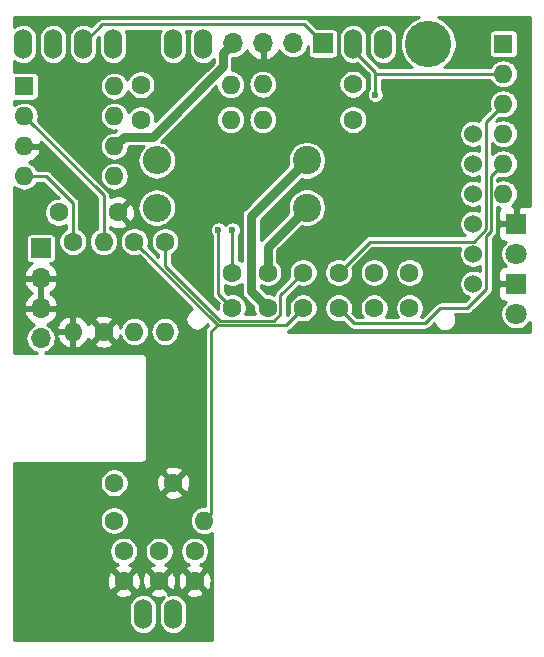
<source format=gbl>
G04 #@! TF.GenerationSoftware,KiCad,Pcbnew,(5.1.0)-1*
G04 #@! TF.CreationDate,2019-05-05T09:38:05-04:00*
G04 #@! TF.ProjectId,NO2C,4e4f3243-2e6b-4696-9361-645f70636258,v0.1.1*
G04 #@! TF.SameCoordinates,Original*
G04 #@! TF.FileFunction,Copper,L2,Bot*
G04 #@! TF.FilePolarity,Positive*
%FSLAX46Y46*%
G04 Gerber Fmt 4.6, Leading zero omitted, Abs format (unit mm)*
G04 Created by KiCad (PCBNEW (5.1.0)-1) date 2019-05-05 09:38:05*
%MOMM*%
%LPD*%
G04 APERTURE LIST*
%ADD10C,1.600000*%
%ADD11O,1.600000X1.600000*%
%ADD12C,0.600000*%
%ADD13R,1.700000X1.700000*%
%ADD14O,1.700000X1.700000*%
%ADD15R,1.600000X1.600000*%
%ADD16R,1.800000X1.800000*%
%ADD17C,1.800000*%
%ADD18C,2.400000*%
%ADD19O,2.400000X2.400000*%
%ADD20C,3.937000*%
%ADD21O,1.524000X2.540000*%
%ADD22C,1.524000*%
%ADD23C,0.750000*%
%ADD24C,0.250000*%
%ADD25C,0.254000*%
G04 APERTURE END LIST*
D10*
X157450000Y-70100000D03*
D11*
X165070000Y-70100000D03*
D12*
X150500000Y-77300000D03*
X153200000Y-81700000D03*
D10*
X165200000Y-86000000D03*
X168200000Y-86000000D03*
X171200000Y-86000000D03*
X174200000Y-86000000D03*
X177200000Y-86000000D03*
X180200000Y-86000000D03*
X165200000Y-89000000D03*
X168200000Y-89000000D03*
X171200000Y-89000000D03*
X174200000Y-89000000D03*
X177200000Y-89000000D03*
X180200000Y-89000000D03*
X151700000Y-83380000D03*
D11*
X151700000Y-91000000D03*
D10*
X154300000Y-91000000D03*
D11*
X154300000Y-83380000D03*
D10*
X156900000Y-83380000D03*
D11*
X156900000Y-91000000D03*
D10*
X159500000Y-83380000D03*
D11*
X159500000Y-91000000D03*
D12*
X182000000Y-84200000D03*
X177300000Y-84200000D03*
X179400000Y-64800000D03*
X175200000Y-78000000D03*
D13*
X172880000Y-66600000D03*
D14*
X170340000Y-66600000D03*
X167800000Y-66600000D03*
X165260000Y-66600000D03*
D12*
X175200000Y-79600000D03*
X172300000Y-90500000D03*
D15*
X188141100Y-66633600D03*
D11*
X188141100Y-69173600D03*
X188141100Y-71713600D03*
X188141100Y-74253600D03*
X188141100Y-76793600D03*
X188141100Y-79333600D03*
D12*
X187200000Y-88400000D03*
X165700000Y-87400000D03*
X185000000Y-90000000D03*
D16*
X189230000Y-81873600D03*
D17*
X189230000Y-84413600D03*
D10*
X156000000Y-109600000D03*
X156000000Y-112100000D03*
D12*
X156000000Y-102400000D03*
D15*
X147580000Y-70210000D03*
D11*
X155200000Y-77830000D03*
X147580000Y-72750000D03*
X155200000Y-75290000D03*
X147580000Y-75290000D03*
X155200000Y-72750000D03*
X147580000Y-77830000D03*
X155200000Y-70210000D03*
D12*
X151200000Y-71600000D03*
X153200000Y-70400000D03*
X174500000Y-84200000D03*
X172300000Y-71500000D03*
X169600000Y-70000000D03*
X169400000Y-84800000D03*
X168400000Y-87600000D03*
X156600000Y-87800000D03*
X153100000Y-87800000D03*
X162400000Y-105100000D03*
X187800000Y-85200000D03*
X148800000Y-64800000D03*
X149400000Y-69600000D03*
X159600000Y-71000000D03*
X157800000Y-66600000D03*
X181000000Y-79600000D03*
X172000000Y-78400000D03*
X184000000Y-86400000D03*
X179400000Y-84200000D03*
X182100000Y-88500000D03*
X175700000Y-88800000D03*
X178700000Y-88300000D03*
X178100000Y-79600000D03*
X170200000Y-74000000D03*
X168800000Y-81600000D03*
X168000000Y-78200000D03*
X168000000Y-75600000D03*
X165000000Y-75600000D03*
X165000000Y-80000000D03*
X162200000Y-81200000D03*
X162200000Y-77600000D03*
X162200000Y-73800000D03*
X148700000Y-79600000D03*
X147200000Y-80900000D03*
X153200000Y-75400000D03*
X153200000Y-73600000D03*
X162600000Y-86800000D03*
X162600000Y-85200000D03*
X161200000Y-92500000D03*
X147200000Y-105000000D03*
D10*
X175400000Y-73050000D03*
D11*
X167780000Y-73050000D03*
D18*
X171500000Y-80500000D03*
D19*
X158800000Y-80500000D03*
D13*
X148971000Y-83947000D03*
D14*
X148971000Y-86487000D03*
X148971000Y-89027000D03*
X148971000Y-91567000D03*
D18*
X171500000Y-76500000D03*
D19*
X158800000Y-76500000D03*
D10*
X175400000Y-70050000D03*
D11*
X167780000Y-70050000D03*
D10*
X162000000Y-109600000D03*
X162000000Y-112100000D03*
X159000000Y-109600000D03*
X159000000Y-112100000D03*
D16*
X189230000Y-86953600D03*
D17*
X189230000Y-89493600D03*
D10*
X157450000Y-73050000D03*
D11*
X165070000Y-73050000D03*
D10*
X155200000Y-107000000D03*
D11*
X162820000Y-107000000D03*
D12*
X159000000Y-116800000D03*
D20*
X181791100Y-66633600D03*
D21*
X147501100Y-66633600D03*
X150041100Y-66633600D03*
X152581100Y-66633600D03*
X155121100Y-66633600D03*
X175441100Y-66633600D03*
X177981100Y-66633600D03*
X162741100Y-66633600D03*
X160201100Y-66633600D03*
X157661100Y-114893600D03*
X160201100Y-114893600D03*
D22*
X185601100Y-79333600D03*
X185601100Y-76793600D03*
X185601100Y-74253600D03*
X185601100Y-81873600D03*
X185601100Y-86953600D03*
X185601100Y-84413600D03*
D10*
X155500000Y-80900000D03*
X150500000Y-80900000D03*
X155200000Y-103800000D03*
X160200000Y-103800000D03*
D12*
X181991000Y-72669400D03*
X180670200Y-70332600D03*
X180644800Y-74320400D03*
X177292000Y-70942200D03*
X164025000Y-82399998D03*
X165200000Y-82400000D03*
D23*
X155200000Y-75290000D02*
X155999999Y-74490001D01*
X164410001Y-67449999D02*
X165260000Y-66600000D01*
X164410001Y-68551001D02*
X164410001Y-67449999D01*
X158471001Y-74490001D02*
X164410001Y-68551001D01*
X155999999Y-74490001D02*
X158471001Y-74490001D01*
D24*
X177300000Y-69000500D02*
X177300000Y-69100000D01*
X188141100Y-69173600D02*
X177373600Y-69173600D01*
X177373600Y-69173600D02*
X177300000Y-69100000D01*
X175441100Y-67141600D02*
X177300000Y-69000500D01*
X175441100Y-66633600D02*
X175441100Y-67141600D01*
X177300000Y-69100000D02*
X177292000Y-69108000D01*
X177292000Y-70517936D02*
X177292000Y-70942200D01*
X177292000Y-69108000D02*
X177292000Y-70517936D01*
X147580000Y-72750000D02*
X154300000Y-79470000D01*
X154300000Y-79470000D02*
X154300000Y-83380000D01*
X147580000Y-77830000D02*
X149430000Y-77830000D01*
X149430000Y-77830000D02*
X151700000Y-80100000D01*
X151700000Y-80100000D02*
X151700000Y-83380000D01*
X164025000Y-82824262D02*
X164025000Y-82399998D01*
X164025000Y-87825000D02*
X164025000Y-82824262D01*
X165200000Y-89000000D02*
X164025000Y-87825000D01*
X165200000Y-82824264D02*
X165200000Y-86000000D01*
X165200000Y-82824264D02*
X165200000Y-82400000D01*
X152581100Y-66618900D02*
X154200000Y-65000000D01*
X154200000Y-65000000D02*
X171300000Y-65000000D01*
X171300000Y-65000000D02*
X172880000Y-66580000D01*
X164200000Y-90475012D02*
X163924988Y-90475012D01*
X163924988Y-90475012D02*
X163400000Y-91000000D01*
X163400000Y-91000000D02*
X163400000Y-106420000D01*
X163400000Y-106420000D02*
X162820000Y-107000000D01*
X164200000Y-90475012D02*
X169724988Y-90475012D01*
X156900000Y-83380000D02*
X163995012Y-90475012D01*
X163995012Y-90475012D02*
X164200000Y-90475012D01*
X169724988Y-90475012D02*
X170400001Y-89799999D01*
X170400001Y-89799999D02*
X171200000Y-89000000D01*
D23*
X168200000Y-86000000D02*
X168200000Y-83800000D01*
X168200000Y-83800000D02*
X171500000Y-80500000D01*
D24*
X159500000Y-84511370D02*
X159500000Y-83380000D01*
X164160701Y-90075001D02*
X159500000Y-85414300D01*
X168716001Y-90075001D02*
X164160701Y-90075001D01*
X169275001Y-89516001D02*
X168716001Y-90075001D01*
X159500000Y-85414300D02*
X159500000Y-84511370D01*
X171200000Y-86000000D02*
X169275001Y-87924999D01*
X169275001Y-87924999D02*
X169275001Y-89516001D01*
X188200000Y-71720000D02*
X186666088Y-73253912D01*
X186666088Y-73253912D02*
X186666088Y-82343374D01*
X186666088Y-82343374D02*
X185632863Y-83376599D01*
X185632863Y-83376599D02*
X176823401Y-83376599D01*
X176823401Y-83376599D02*
X174200000Y-86000000D01*
D23*
X171500000Y-76500000D02*
X166800000Y-81200000D01*
X166800000Y-81200000D02*
X166800000Y-87600000D01*
X166800000Y-87600000D02*
X168200000Y-89000000D01*
D24*
X174200000Y-89000000D02*
X175500000Y-90300000D01*
X175500000Y-90300000D02*
X181500000Y-90300000D01*
X181500000Y-90300000D02*
X182800000Y-89000000D01*
X185089462Y-89000000D02*
X186700000Y-87389462D01*
X182800000Y-89000000D02*
X185089462Y-89000000D01*
X186700000Y-87389462D02*
X186700000Y-82875162D01*
X186700000Y-82875162D02*
X187066099Y-82509063D01*
X187066099Y-77868601D02*
X188141100Y-76793600D01*
X187066099Y-82509063D02*
X187066099Y-77868601D01*
D25*
G36*
X180656405Y-64510735D02*
G01*
X180264058Y-64772893D01*
X179930393Y-65106558D01*
X179668235Y-65498905D01*
X179487658Y-65934858D01*
X179395600Y-66397664D01*
X179395600Y-66869536D01*
X179487658Y-67332342D01*
X179668235Y-67768295D01*
X179930393Y-68160642D01*
X180264058Y-68494307D01*
X180454565Y-68621600D01*
X177703135Y-68621600D01*
X177692211Y-68608289D01*
X177671154Y-68591008D01*
X176576107Y-67495962D01*
X176612896Y-67374685D01*
X176630100Y-67200011D01*
X176630100Y-66067190D01*
X176792100Y-66067190D01*
X176792100Y-67200011D01*
X176809304Y-67374685D01*
X176877292Y-67598812D01*
X176987700Y-67805369D01*
X177136283Y-67986418D01*
X177317332Y-68135001D01*
X177523889Y-68245408D01*
X177748016Y-68313396D01*
X177981100Y-68336353D01*
X178214185Y-68313396D01*
X178438312Y-68245408D01*
X178644869Y-68135001D01*
X178825918Y-67986418D01*
X178974501Y-67805369D01*
X179084908Y-67598812D01*
X179152896Y-67374685D01*
X179170100Y-67200011D01*
X179170100Y-66067189D01*
X179152896Y-65892515D01*
X179084908Y-65668388D01*
X178974501Y-65461831D01*
X178825918Y-65280782D01*
X178644868Y-65132199D01*
X178438311Y-65021792D01*
X178214184Y-64953804D01*
X177981100Y-64930847D01*
X177748015Y-64953804D01*
X177523888Y-65021792D01*
X177317331Y-65132199D01*
X177136282Y-65280782D01*
X176987699Y-65461832D01*
X176877292Y-65668389D01*
X176809304Y-65892516D01*
X176792100Y-66067190D01*
X176630100Y-66067190D01*
X176630100Y-66067189D01*
X176612896Y-65892515D01*
X176544908Y-65668388D01*
X176434501Y-65461831D01*
X176285918Y-65280782D01*
X176104868Y-65132199D01*
X175898311Y-65021792D01*
X175674184Y-64953804D01*
X175441100Y-64930847D01*
X175208015Y-64953804D01*
X174983888Y-65021792D01*
X174777331Y-65132199D01*
X174596282Y-65280782D01*
X174447699Y-65461832D01*
X174337292Y-65668389D01*
X174269304Y-65892516D01*
X174252100Y-66067190D01*
X174252100Y-67200011D01*
X174269304Y-67374685D01*
X174337292Y-67598812D01*
X174447700Y-67805369D01*
X174596283Y-67986418D01*
X174777332Y-68135001D01*
X174983889Y-68245408D01*
X175208016Y-68313396D01*
X175441100Y-68336353D01*
X175674185Y-68313396D01*
X175795462Y-68276607D01*
X176740000Y-69221146D01*
X176740001Y-70466065D01*
X176727302Y-70478764D01*
X176647741Y-70597836D01*
X176592938Y-70730142D01*
X176565000Y-70870597D01*
X176565000Y-71013803D01*
X176592938Y-71154258D01*
X176647741Y-71286564D01*
X176727302Y-71405636D01*
X176828564Y-71506898D01*
X176947636Y-71586459D01*
X177079942Y-71641262D01*
X177220397Y-71669200D01*
X177363603Y-71669200D01*
X177504058Y-71641262D01*
X177636364Y-71586459D01*
X177755436Y-71506898D01*
X177856698Y-71405636D01*
X177936259Y-71286564D01*
X177991062Y-71154258D01*
X178019000Y-71013803D01*
X178019000Y-70870597D01*
X177991062Y-70730142D01*
X177936259Y-70597836D01*
X177856698Y-70478764D01*
X177844000Y-70466066D01*
X177844000Y-69725600D01*
X187044871Y-69725600D01*
X187115951Y-69858583D01*
X187269283Y-70045417D01*
X187456117Y-70198749D01*
X187669276Y-70312684D01*
X187900566Y-70382845D01*
X188080832Y-70400600D01*
X188201368Y-70400600D01*
X188381634Y-70382845D01*
X188612924Y-70312684D01*
X188826083Y-70198749D01*
X189012917Y-70045417D01*
X189166249Y-69858583D01*
X189280184Y-69645424D01*
X189350345Y-69414134D01*
X189374036Y-69173600D01*
X189350345Y-68933066D01*
X189280184Y-68701776D01*
X189166249Y-68488617D01*
X189012917Y-68301783D01*
X188826083Y-68148451D01*
X188612924Y-68034516D01*
X188381634Y-67964355D01*
X188201368Y-67946600D01*
X188080832Y-67946600D01*
X187900566Y-67964355D01*
X187669276Y-68034516D01*
X187456117Y-68148451D01*
X187269283Y-68301783D01*
X187115951Y-68488617D01*
X187044871Y-68621600D01*
X183127635Y-68621600D01*
X183318142Y-68494307D01*
X183651807Y-68160642D01*
X183913965Y-67768295D01*
X184094542Y-67332342D01*
X184186600Y-66869536D01*
X184186600Y-66397664D01*
X184094542Y-65934858D01*
X184052600Y-65833600D01*
X186912034Y-65833600D01*
X186912034Y-67433600D01*
X186920278Y-67517307D01*
X186944695Y-67597796D01*
X186984345Y-67671976D01*
X187037705Y-67736995D01*
X187102724Y-67790355D01*
X187176904Y-67830005D01*
X187257393Y-67854422D01*
X187341100Y-67862666D01*
X188941100Y-67862666D01*
X189024807Y-67854422D01*
X189105296Y-67830005D01*
X189179476Y-67790355D01*
X189244495Y-67736995D01*
X189297855Y-67671976D01*
X189337505Y-67597796D01*
X189361922Y-67517307D01*
X189370166Y-67433600D01*
X189370166Y-65833600D01*
X189361922Y-65749893D01*
X189337505Y-65669404D01*
X189297855Y-65595224D01*
X189244495Y-65530205D01*
X189179476Y-65476845D01*
X189105296Y-65437195D01*
X189024807Y-65412778D01*
X188941100Y-65404534D01*
X187341100Y-65404534D01*
X187257393Y-65412778D01*
X187176904Y-65437195D01*
X187102724Y-65476845D01*
X187037705Y-65530205D01*
X186984345Y-65595224D01*
X186944695Y-65669404D01*
X186920278Y-65749893D01*
X186912034Y-65833600D01*
X184052600Y-65833600D01*
X183913965Y-65498905D01*
X183651807Y-65106558D01*
X183318142Y-64772893D01*
X182925795Y-64510735D01*
X182617414Y-64383000D01*
X190379001Y-64383000D01*
X190379000Y-80386675D01*
X190374180Y-80384098D01*
X190254482Y-80347788D01*
X190130000Y-80335528D01*
X189515750Y-80338600D01*
X189357000Y-80497350D01*
X189357000Y-81746600D01*
X189377000Y-81746600D01*
X189377000Y-82000600D01*
X189357000Y-82000600D01*
X189357000Y-82020600D01*
X189103000Y-82020600D01*
X189103000Y-82000600D01*
X187853750Y-82000600D01*
X187695000Y-82159350D01*
X187691928Y-82773600D01*
X187704188Y-82898082D01*
X187740498Y-83017780D01*
X187799463Y-83128094D01*
X187878815Y-83224785D01*
X187975506Y-83304137D01*
X188085820Y-83363102D01*
X188205518Y-83399412D01*
X188330000Y-83411672D01*
X188355394Y-83411545D01*
X188199252Y-83567687D01*
X188054028Y-83785030D01*
X187953996Y-84026528D01*
X187903000Y-84282902D01*
X187903000Y-84544298D01*
X187953996Y-84800672D01*
X188054028Y-85042170D01*
X188199252Y-85259513D01*
X188355394Y-85415655D01*
X188330000Y-85415528D01*
X188205518Y-85427788D01*
X188085820Y-85464098D01*
X187975506Y-85523063D01*
X187878815Y-85602415D01*
X187799463Y-85699106D01*
X187740498Y-85809420D01*
X187704188Y-85929118D01*
X187691928Y-86053600D01*
X187695000Y-86667850D01*
X187853750Y-86826600D01*
X189103000Y-86826600D01*
X189103000Y-86806600D01*
X189357000Y-86806600D01*
X189357000Y-86826600D01*
X189377000Y-86826600D01*
X189377000Y-87080600D01*
X189357000Y-87080600D01*
X189357000Y-87100600D01*
X189103000Y-87100600D01*
X189103000Y-87080600D01*
X187853750Y-87080600D01*
X187695000Y-87239350D01*
X187691928Y-87853600D01*
X187704188Y-87978082D01*
X187740498Y-88097780D01*
X187799463Y-88208094D01*
X187878815Y-88304785D01*
X187975506Y-88384137D01*
X188085820Y-88443102D01*
X188205518Y-88479412D01*
X188330000Y-88491672D01*
X188355394Y-88491545D01*
X188199252Y-88647687D01*
X188054028Y-88865030D01*
X187953996Y-89106528D01*
X187903000Y-89362902D01*
X187903000Y-89624298D01*
X187953996Y-89880672D01*
X188054028Y-90122170D01*
X188199252Y-90339513D01*
X188384087Y-90524348D01*
X188601430Y-90669572D01*
X188842928Y-90769604D01*
X189099302Y-90820600D01*
X189360698Y-90820600D01*
X189617072Y-90769604D01*
X189858570Y-90669572D01*
X190075913Y-90524348D01*
X190260748Y-90339513D01*
X190379000Y-90162536D01*
X190379000Y-90998000D01*
X169902505Y-90998000D01*
X169937251Y-90987460D01*
X170033146Y-90936203D01*
X170117199Y-90867223D01*
X170134488Y-90846156D01*
X170809493Y-90171153D01*
X170809502Y-90171142D01*
X170812894Y-90167750D01*
X170842097Y-90179847D01*
X171079151Y-90227000D01*
X171320849Y-90227000D01*
X171557903Y-90179847D01*
X171781202Y-90087353D01*
X171982167Y-89953073D01*
X172153073Y-89782167D01*
X172287353Y-89581202D01*
X172379847Y-89357903D01*
X172427000Y-89120849D01*
X172427000Y-88879151D01*
X172379847Y-88642097D01*
X172287353Y-88418798D01*
X172153073Y-88217833D01*
X171982167Y-88046927D01*
X171781202Y-87912647D01*
X171557903Y-87820153D01*
X171320849Y-87773000D01*
X171079151Y-87773000D01*
X170842097Y-87820153D01*
X170618798Y-87912647D01*
X170417833Y-88046927D01*
X170246927Y-88217833D01*
X170112647Y-88418798D01*
X170020153Y-88642097D01*
X169973000Y-88879151D01*
X169973000Y-89120849D01*
X170020153Y-89357903D01*
X170032250Y-89387106D01*
X170028858Y-89390498D01*
X170028847Y-89390507D01*
X169821621Y-89597734D01*
X169827001Y-89543110D01*
X169827001Y-89543100D01*
X169829670Y-89516002D01*
X169827001Y-89488904D01*
X169827001Y-88153643D01*
X170812894Y-87167751D01*
X170842097Y-87179847D01*
X171079151Y-87227000D01*
X171320849Y-87227000D01*
X171557903Y-87179847D01*
X171781202Y-87087353D01*
X171982167Y-86953073D01*
X172153073Y-86782167D01*
X172287353Y-86581202D01*
X172379847Y-86357903D01*
X172427000Y-86120849D01*
X172427000Y-85879151D01*
X172973000Y-85879151D01*
X172973000Y-86120849D01*
X173020153Y-86357903D01*
X173112647Y-86581202D01*
X173246927Y-86782167D01*
X173417833Y-86953073D01*
X173618798Y-87087353D01*
X173842097Y-87179847D01*
X174079151Y-87227000D01*
X174320849Y-87227000D01*
X174557903Y-87179847D01*
X174781202Y-87087353D01*
X174982167Y-86953073D01*
X175153073Y-86782167D01*
X175287353Y-86581202D01*
X175379847Y-86357903D01*
X175427000Y-86120849D01*
X175427000Y-85879151D01*
X175973000Y-85879151D01*
X175973000Y-86120849D01*
X176020153Y-86357903D01*
X176112647Y-86581202D01*
X176246927Y-86782167D01*
X176417833Y-86953073D01*
X176618798Y-87087353D01*
X176842097Y-87179847D01*
X177079151Y-87227000D01*
X177320849Y-87227000D01*
X177557903Y-87179847D01*
X177781202Y-87087353D01*
X177982167Y-86953073D01*
X178153073Y-86782167D01*
X178287353Y-86581202D01*
X178379847Y-86357903D01*
X178427000Y-86120849D01*
X178427000Y-85879151D01*
X178973000Y-85879151D01*
X178973000Y-86120849D01*
X179020153Y-86357903D01*
X179112647Y-86581202D01*
X179246927Y-86782167D01*
X179417833Y-86953073D01*
X179618798Y-87087353D01*
X179842097Y-87179847D01*
X180079151Y-87227000D01*
X180320849Y-87227000D01*
X180557903Y-87179847D01*
X180781202Y-87087353D01*
X180982167Y-86953073D01*
X181153073Y-86782167D01*
X181287353Y-86581202D01*
X181379847Y-86357903D01*
X181427000Y-86120849D01*
X181427000Y-85879151D01*
X181379847Y-85642097D01*
X181287353Y-85418798D01*
X181153073Y-85217833D01*
X180982167Y-85046927D01*
X180781202Y-84912647D01*
X180557903Y-84820153D01*
X180320849Y-84773000D01*
X180079151Y-84773000D01*
X179842097Y-84820153D01*
X179618798Y-84912647D01*
X179417833Y-85046927D01*
X179246927Y-85217833D01*
X179112647Y-85418798D01*
X179020153Y-85642097D01*
X178973000Y-85879151D01*
X178427000Y-85879151D01*
X178379847Y-85642097D01*
X178287353Y-85418798D01*
X178153073Y-85217833D01*
X177982167Y-85046927D01*
X177781202Y-84912647D01*
X177557903Y-84820153D01*
X177320849Y-84773000D01*
X177079151Y-84773000D01*
X176842097Y-84820153D01*
X176618798Y-84912647D01*
X176417833Y-85046927D01*
X176246927Y-85217833D01*
X176112647Y-85418798D01*
X176020153Y-85642097D01*
X175973000Y-85879151D01*
X175427000Y-85879151D01*
X175379847Y-85642097D01*
X175367751Y-85612894D01*
X177052047Y-83928599D01*
X184515030Y-83928599D01*
X184457793Y-84066782D01*
X184412100Y-84296494D01*
X184412100Y-84530706D01*
X184457793Y-84760418D01*
X184547422Y-84976803D01*
X184677543Y-85171543D01*
X184843157Y-85337157D01*
X185037897Y-85467278D01*
X185254282Y-85556907D01*
X185483994Y-85602600D01*
X185718206Y-85602600D01*
X185947918Y-85556907D01*
X186148000Y-85474031D01*
X186148000Y-85893169D01*
X185947918Y-85810293D01*
X185718206Y-85764600D01*
X185483994Y-85764600D01*
X185254282Y-85810293D01*
X185037897Y-85899922D01*
X184843157Y-86030043D01*
X184677543Y-86195657D01*
X184547422Y-86390397D01*
X184457793Y-86606782D01*
X184412100Y-86836494D01*
X184412100Y-87070706D01*
X184457793Y-87300418D01*
X184547422Y-87516803D01*
X184677543Y-87711543D01*
X184843157Y-87877157D01*
X185037897Y-88007278D01*
X185224321Y-88084497D01*
X184860818Y-88448000D01*
X182827108Y-88448000D01*
X182800000Y-88445330D01*
X182772891Y-88448000D01*
X182691789Y-88455988D01*
X182587737Y-88487552D01*
X182491842Y-88538809D01*
X182407789Y-88607789D01*
X182390508Y-88628846D01*
X181271356Y-89748000D01*
X181175903Y-89748000D01*
X181287353Y-89581202D01*
X181379847Y-89357903D01*
X181427000Y-89120849D01*
X181427000Y-88879151D01*
X181379847Y-88642097D01*
X181287353Y-88418798D01*
X181153073Y-88217833D01*
X180982167Y-88046927D01*
X180781202Y-87912647D01*
X180557903Y-87820153D01*
X180320849Y-87773000D01*
X180079151Y-87773000D01*
X179842097Y-87820153D01*
X179618798Y-87912647D01*
X179417833Y-88046927D01*
X179246927Y-88217833D01*
X179112647Y-88418798D01*
X179020153Y-88642097D01*
X178973000Y-88879151D01*
X178973000Y-89120849D01*
X179020153Y-89357903D01*
X179112647Y-89581202D01*
X179224097Y-89748000D01*
X178175903Y-89748000D01*
X178287353Y-89581202D01*
X178379847Y-89357903D01*
X178427000Y-89120849D01*
X178427000Y-88879151D01*
X178379847Y-88642097D01*
X178287353Y-88418798D01*
X178153073Y-88217833D01*
X177982167Y-88046927D01*
X177781202Y-87912647D01*
X177557903Y-87820153D01*
X177320849Y-87773000D01*
X177079151Y-87773000D01*
X176842097Y-87820153D01*
X176618798Y-87912647D01*
X176417833Y-88046927D01*
X176246927Y-88217833D01*
X176112647Y-88418798D01*
X176020153Y-88642097D01*
X175973000Y-88879151D01*
X175973000Y-89120849D01*
X176020153Y-89357903D01*
X176112647Y-89581202D01*
X176224097Y-89748000D01*
X175728646Y-89748000D01*
X175367751Y-89387106D01*
X175379847Y-89357903D01*
X175427000Y-89120849D01*
X175427000Y-88879151D01*
X175379847Y-88642097D01*
X175287353Y-88418798D01*
X175153073Y-88217833D01*
X174982167Y-88046927D01*
X174781202Y-87912647D01*
X174557903Y-87820153D01*
X174320849Y-87773000D01*
X174079151Y-87773000D01*
X173842097Y-87820153D01*
X173618798Y-87912647D01*
X173417833Y-88046927D01*
X173246927Y-88217833D01*
X173112647Y-88418798D01*
X173020153Y-88642097D01*
X172973000Y-88879151D01*
X172973000Y-89120849D01*
X173020153Y-89357903D01*
X173112647Y-89581202D01*
X173246927Y-89782167D01*
X173417833Y-89953073D01*
X173618798Y-90087353D01*
X173842097Y-90179847D01*
X174079151Y-90227000D01*
X174320849Y-90227000D01*
X174557903Y-90179847D01*
X174587106Y-90167751D01*
X175090508Y-90671154D01*
X175107789Y-90692211D01*
X175128845Y-90709491D01*
X175128846Y-90709492D01*
X175191842Y-90761191D01*
X175287737Y-90812448D01*
X175391789Y-90844012D01*
X175500000Y-90854670D01*
X175527108Y-90852000D01*
X181472894Y-90852000D01*
X181500000Y-90854670D01*
X181527106Y-90852000D01*
X181527109Y-90852000D01*
X181608211Y-90844012D01*
X181712263Y-90812448D01*
X181808158Y-90761191D01*
X181892211Y-90692211D01*
X181909500Y-90671144D01*
X182270832Y-90309813D01*
X182334194Y-90462783D01*
X182441115Y-90622801D01*
X182577199Y-90758885D01*
X182737217Y-90865806D01*
X182915020Y-90939454D01*
X183103774Y-90977000D01*
X183296226Y-90977000D01*
X183484980Y-90939454D01*
X183662783Y-90865806D01*
X183822801Y-90758885D01*
X183958885Y-90622801D01*
X184065806Y-90462783D01*
X184139454Y-90284980D01*
X184177000Y-90096226D01*
X184177000Y-89903774D01*
X184139454Y-89715020D01*
X184071929Y-89552000D01*
X185062356Y-89552000D01*
X185089462Y-89554670D01*
X185116568Y-89552000D01*
X185116571Y-89552000D01*
X185197673Y-89544012D01*
X185301725Y-89512448D01*
X185397620Y-89461191D01*
X185481673Y-89392211D01*
X185498962Y-89371144D01*
X187071154Y-87798954D01*
X187092211Y-87781673D01*
X187161191Y-87697620D01*
X187212448Y-87601725D01*
X187244012Y-87497673D01*
X187252000Y-87416571D01*
X187252000Y-87416570D01*
X187254670Y-87389462D01*
X187252000Y-87362354D01*
X187252000Y-83103806D01*
X187437247Y-82918559D01*
X187458310Y-82901274D01*
X187527290Y-82817221D01*
X187578547Y-82721326D01*
X187610111Y-82617274D01*
X187618099Y-82536172D01*
X187618099Y-82536162D01*
X187620768Y-82509064D01*
X187618099Y-82481966D01*
X187618099Y-80445330D01*
X187669276Y-80472684D01*
X187869726Y-80533490D01*
X187799463Y-80619106D01*
X187740498Y-80729420D01*
X187704188Y-80849118D01*
X187691928Y-80973600D01*
X187695000Y-81587850D01*
X187853750Y-81746600D01*
X189103000Y-81746600D01*
X189103000Y-80497350D01*
X188944250Y-80338600D01*
X188851201Y-80338135D01*
X189012917Y-80205417D01*
X189166249Y-80018583D01*
X189280184Y-79805424D01*
X189350345Y-79574134D01*
X189374036Y-79333600D01*
X189350345Y-79093066D01*
X189280184Y-78861776D01*
X189166249Y-78648617D01*
X189012917Y-78461783D01*
X188826083Y-78308451D01*
X188612924Y-78194516D01*
X188381634Y-78124355D01*
X188201368Y-78106600D01*
X188080832Y-78106600D01*
X187900566Y-78124355D01*
X187669276Y-78194516D01*
X187618099Y-78221870D01*
X187618099Y-78097245D01*
X187756271Y-77959074D01*
X187900566Y-78002845D01*
X188080832Y-78020600D01*
X188201368Y-78020600D01*
X188381634Y-78002845D01*
X188612924Y-77932684D01*
X188826083Y-77818749D01*
X189012917Y-77665417D01*
X189166249Y-77478583D01*
X189280184Y-77265424D01*
X189350345Y-77034134D01*
X189374036Y-76793600D01*
X189350345Y-76553066D01*
X189280184Y-76321776D01*
X189166249Y-76108617D01*
X189012917Y-75921783D01*
X188826083Y-75768451D01*
X188612924Y-75654516D01*
X188381634Y-75584355D01*
X188201368Y-75566600D01*
X188080832Y-75566600D01*
X187900566Y-75584355D01*
X187669276Y-75654516D01*
X187456117Y-75768451D01*
X187269283Y-75921783D01*
X187218088Y-75984164D01*
X187218088Y-75063036D01*
X187269283Y-75125417D01*
X187456117Y-75278749D01*
X187669276Y-75392684D01*
X187900566Y-75462845D01*
X188080832Y-75480600D01*
X188201368Y-75480600D01*
X188381634Y-75462845D01*
X188612924Y-75392684D01*
X188826083Y-75278749D01*
X189012917Y-75125417D01*
X189166249Y-74938583D01*
X189280184Y-74725424D01*
X189350345Y-74494134D01*
X189374036Y-74253600D01*
X189350345Y-74013066D01*
X189280184Y-73781776D01*
X189166249Y-73568617D01*
X189012917Y-73381783D01*
X188826083Y-73228451D01*
X188612924Y-73114516D01*
X188381634Y-73044355D01*
X188201368Y-73026600D01*
X188080832Y-73026600D01*
X187900566Y-73044355D01*
X187669276Y-73114516D01*
X187490654Y-73209991D01*
X187806373Y-72894272D01*
X187900566Y-72922845D01*
X188080832Y-72940600D01*
X188201368Y-72940600D01*
X188381634Y-72922845D01*
X188612924Y-72852684D01*
X188826083Y-72738749D01*
X189012917Y-72585417D01*
X189166249Y-72398583D01*
X189280184Y-72185424D01*
X189350345Y-71954134D01*
X189374036Y-71713600D01*
X189350345Y-71473066D01*
X189280184Y-71241776D01*
X189166249Y-71028617D01*
X189012917Y-70841783D01*
X188826083Y-70688451D01*
X188612924Y-70574516D01*
X188381634Y-70504355D01*
X188201368Y-70486600D01*
X188080832Y-70486600D01*
X187900566Y-70504355D01*
X187669276Y-70574516D01*
X187456117Y-70688451D01*
X187269283Y-70841783D01*
X187115951Y-71028617D01*
X187002016Y-71241776D01*
X186931855Y-71473066D01*
X186908164Y-71713600D01*
X186931855Y-71954134D01*
X186990825Y-72148531D01*
X186294944Y-72844412D01*
X186273877Y-72861701D01*
X186204897Y-72945754D01*
X186153640Y-73041650D01*
X186122076Y-73145702D01*
X186118600Y-73180991D01*
X185947918Y-73110293D01*
X185718206Y-73064600D01*
X185483994Y-73064600D01*
X185254282Y-73110293D01*
X185037897Y-73199922D01*
X184843157Y-73330043D01*
X184677543Y-73495657D01*
X184547422Y-73690397D01*
X184457793Y-73906782D01*
X184412100Y-74136494D01*
X184412100Y-74370706D01*
X184457793Y-74600418D01*
X184547422Y-74816803D01*
X184677543Y-75011543D01*
X184843157Y-75177157D01*
X185037897Y-75307278D01*
X185254282Y-75396907D01*
X185483994Y-75442600D01*
X185718206Y-75442600D01*
X185947918Y-75396907D01*
X186114088Y-75328077D01*
X186114088Y-75719123D01*
X185947918Y-75650293D01*
X185718206Y-75604600D01*
X185483994Y-75604600D01*
X185254282Y-75650293D01*
X185037897Y-75739922D01*
X184843157Y-75870043D01*
X184677543Y-76035657D01*
X184547422Y-76230397D01*
X184457793Y-76446782D01*
X184412100Y-76676494D01*
X184412100Y-76910706D01*
X184457793Y-77140418D01*
X184547422Y-77356803D01*
X184677543Y-77551543D01*
X184843157Y-77717157D01*
X185037897Y-77847278D01*
X185254282Y-77936907D01*
X185483994Y-77982600D01*
X185718206Y-77982600D01*
X185947918Y-77936907D01*
X186114089Y-77868077D01*
X186114089Y-78259123D01*
X185947918Y-78190293D01*
X185718206Y-78144600D01*
X185483994Y-78144600D01*
X185254282Y-78190293D01*
X185037897Y-78279922D01*
X184843157Y-78410043D01*
X184677543Y-78575657D01*
X184547422Y-78770397D01*
X184457793Y-78986782D01*
X184412100Y-79216494D01*
X184412100Y-79450706D01*
X184457793Y-79680418D01*
X184547422Y-79896803D01*
X184677543Y-80091543D01*
X184843157Y-80257157D01*
X185037897Y-80387278D01*
X185254282Y-80476907D01*
X185483994Y-80522600D01*
X185718206Y-80522600D01*
X185947918Y-80476907D01*
X186114089Y-80408077D01*
X186114089Y-80799123D01*
X185947918Y-80730293D01*
X185718206Y-80684600D01*
X185483994Y-80684600D01*
X185254282Y-80730293D01*
X185037897Y-80819922D01*
X184843157Y-80950043D01*
X184677543Y-81115657D01*
X184547422Y-81310397D01*
X184457793Y-81526782D01*
X184412100Y-81756494D01*
X184412100Y-81990706D01*
X184457793Y-82220418D01*
X184547422Y-82436803D01*
X184677543Y-82631543D01*
X184843157Y-82797157D01*
X184884227Y-82824599D01*
X176850498Y-82824599D01*
X176823400Y-82821930D01*
X176796302Y-82824599D01*
X176796292Y-82824599D01*
X176715190Y-82832587D01*
X176611138Y-82864151D01*
X176590538Y-82875162D01*
X176515242Y-82915408D01*
X176458080Y-82962320D01*
X176431190Y-82984388D01*
X176413909Y-83005445D01*
X174587106Y-84832249D01*
X174557903Y-84820153D01*
X174320849Y-84773000D01*
X174079151Y-84773000D01*
X173842097Y-84820153D01*
X173618798Y-84912647D01*
X173417833Y-85046927D01*
X173246927Y-85217833D01*
X173112647Y-85418798D01*
X173020153Y-85642097D01*
X172973000Y-85879151D01*
X172427000Y-85879151D01*
X172379847Y-85642097D01*
X172287353Y-85418798D01*
X172153073Y-85217833D01*
X171982167Y-85046927D01*
X171781202Y-84912647D01*
X171557903Y-84820153D01*
X171320849Y-84773000D01*
X171079151Y-84773000D01*
X170842097Y-84820153D01*
X170618798Y-84912647D01*
X170417833Y-85046927D01*
X170246927Y-85217833D01*
X170112647Y-85418798D01*
X170020153Y-85642097D01*
X169973000Y-85879151D01*
X169973000Y-86120849D01*
X170020153Y-86357903D01*
X170032249Y-86387106D01*
X168903857Y-87515499D01*
X168882790Y-87532788D01*
X168813810Y-87616841D01*
X168762553Y-87712737D01*
X168730989Y-87816789D01*
X168723886Y-87888906D01*
X168557903Y-87820153D01*
X168320849Y-87773000D01*
X168107199Y-87773000D01*
X167602000Y-87267802D01*
X167602000Y-87076129D01*
X167618798Y-87087353D01*
X167842097Y-87179847D01*
X168079151Y-87227000D01*
X168320849Y-87227000D01*
X168557903Y-87179847D01*
X168781202Y-87087353D01*
X168982167Y-86953073D01*
X169153073Y-86782167D01*
X169287353Y-86581202D01*
X169379847Y-86357903D01*
X169427000Y-86120849D01*
X169427000Y-85879151D01*
X169379847Y-85642097D01*
X169287353Y-85418798D01*
X169153073Y-85217833D01*
X169002000Y-85066760D01*
X169002000Y-84132198D01*
X171062374Y-82071825D01*
X171339755Y-82127000D01*
X171660245Y-82127000D01*
X171974578Y-82064475D01*
X172270673Y-81941828D01*
X172537152Y-81763773D01*
X172763773Y-81537152D01*
X172941828Y-81270673D01*
X173064475Y-80974578D01*
X173127000Y-80660245D01*
X173127000Y-80339755D01*
X173064475Y-80025422D01*
X172941828Y-79729327D01*
X172763773Y-79462848D01*
X172537152Y-79236227D01*
X172270673Y-79058172D01*
X171974578Y-78935525D01*
X171660245Y-78873000D01*
X171339755Y-78873000D01*
X171025422Y-78935525D01*
X170729327Y-79058172D01*
X170462848Y-79236227D01*
X170236227Y-79462848D01*
X170058172Y-79729327D01*
X169935525Y-80025422D01*
X169873000Y-80339755D01*
X169873000Y-80660245D01*
X169928175Y-80937626D01*
X167660758Y-83205044D01*
X167630158Y-83230157D01*
X167605045Y-83260757D01*
X167602000Y-83264467D01*
X167602000Y-81532198D01*
X171062374Y-78071825D01*
X171339755Y-78127000D01*
X171660245Y-78127000D01*
X171974578Y-78064475D01*
X172270673Y-77941828D01*
X172537152Y-77763773D01*
X172763773Y-77537152D01*
X172941828Y-77270673D01*
X173064475Y-76974578D01*
X173127000Y-76660245D01*
X173127000Y-76339755D01*
X173064475Y-76025422D01*
X172941828Y-75729327D01*
X172763773Y-75462848D01*
X172537152Y-75236227D01*
X172270673Y-75058172D01*
X171974578Y-74935525D01*
X171660245Y-74873000D01*
X171339755Y-74873000D01*
X171025422Y-74935525D01*
X170729327Y-75058172D01*
X170462848Y-75236227D01*
X170236227Y-75462848D01*
X170058172Y-75729327D01*
X169935525Y-76025422D01*
X169873000Y-76339755D01*
X169873000Y-76660245D01*
X169928175Y-76937626D01*
X166260762Y-80605040D01*
X166230157Y-80630157D01*
X166129935Y-80752278D01*
X166055464Y-80891604D01*
X166009605Y-81042782D01*
X165998000Y-81160607D01*
X165998000Y-81160614D01*
X165994121Y-81200000D01*
X165998000Y-81239386D01*
X165998001Y-85062761D01*
X165982167Y-85046927D01*
X165781202Y-84912647D01*
X165752000Y-84900551D01*
X165752000Y-82876134D01*
X165764698Y-82863436D01*
X165844259Y-82744364D01*
X165899062Y-82612058D01*
X165927000Y-82471603D01*
X165927000Y-82328397D01*
X165899062Y-82187942D01*
X165844259Y-82055636D01*
X165764698Y-81936564D01*
X165663436Y-81835302D01*
X165544364Y-81755741D01*
X165412058Y-81700938D01*
X165271603Y-81673000D01*
X165128397Y-81673000D01*
X164987942Y-81700938D01*
X164855636Y-81755741D01*
X164736564Y-81835302D01*
X164635302Y-81936564D01*
X164612501Y-81970689D01*
X164589698Y-81936562D01*
X164488436Y-81835300D01*
X164369364Y-81755739D01*
X164237058Y-81700936D01*
X164096603Y-81672998D01*
X163953397Y-81672998D01*
X163812942Y-81700936D01*
X163680636Y-81755739D01*
X163561564Y-81835300D01*
X163460302Y-81936562D01*
X163380741Y-82055634D01*
X163325938Y-82187940D01*
X163298000Y-82328395D01*
X163298000Y-82471601D01*
X163325938Y-82612056D01*
X163380741Y-82744362D01*
X163460302Y-82863434D01*
X163473001Y-82876133D01*
X163473000Y-87797894D01*
X163470330Y-87825000D01*
X163473000Y-87852106D01*
X163473000Y-87852108D01*
X163480988Y-87933210D01*
X163512552Y-88037262D01*
X163563809Y-88133158D01*
X163632789Y-88217211D01*
X163653856Y-88234500D01*
X164032249Y-88612894D01*
X164020153Y-88642097D01*
X163973000Y-88879151D01*
X163973000Y-89106654D01*
X160052000Y-85185656D01*
X160052000Y-84479449D01*
X160081202Y-84467353D01*
X160282167Y-84333073D01*
X160453073Y-84162167D01*
X160587353Y-83961202D01*
X160679847Y-83737903D01*
X160727000Y-83500849D01*
X160727000Y-83259151D01*
X160679847Y-83022097D01*
X160587353Y-82798798D01*
X160453073Y-82597833D01*
X160282167Y-82426927D01*
X160081202Y-82292647D01*
X159857903Y-82200153D01*
X159620849Y-82153000D01*
X159379151Y-82153000D01*
X159142097Y-82200153D01*
X158918798Y-82292647D01*
X158717833Y-82426927D01*
X158546927Y-82597833D01*
X158412647Y-82798798D01*
X158320153Y-83022097D01*
X158273000Y-83259151D01*
X158273000Y-83500849D01*
X158320153Y-83737903D01*
X158412647Y-83961202D01*
X158546927Y-84162167D01*
X158717833Y-84333073D01*
X158918798Y-84467353D01*
X158948000Y-84479449D01*
X158948000Y-84647356D01*
X158067751Y-83767106D01*
X158079847Y-83737903D01*
X158127000Y-83500849D01*
X158127000Y-83259151D01*
X158079847Y-83022097D01*
X157987353Y-82798798D01*
X157853073Y-82597833D01*
X157682167Y-82426927D01*
X157481202Y-82292647D01*
X157257903Y-82200153D01*
X157020849Y-82153000D01*
X156779151Y-82153000D01*
X156542097Y-82200153D01*
X156318798Y-82292647D01*
X156117833Y-82426927D01*
X155946927Y-82597833D01*
X155812647Y-82798798D01*
X155720153Y-83022097D01*
X155673000Y-83259151D01*
X155673000Y-83500849D01*
X155720153Y-83737903D01*
X155812647Y-83961202D01*
X155946927Y-84162167D01*
X156117833Y-84333073D01*
X156318798Y-84467353D01*
X156542097Y-84559847D01*
X156779151Y-84607000D01*
X157020849Y-84607000D01*
X157257903Y-84559847D01*
X157287106Y-84547751D01*
X161791192Y-89051837D01*
X161737217Y-89074194D01*
X161577199Y-89181115D01*
X161441115Y-89317199D01*
X161334194Y-89477217D01*
X161260546Y-89655020D01*
X161223000Y-89843774D01*
X161223000Y-90036226D01*
X161260546Y-90224980D01*
X161334194Y-90402783D01*
X161441115Y-90562801D01*
X161577199Y-90698885D01*
X161737217Y-90805806D01*
X161915020Y-90879454D01*
X162103774Y-90917000D01*
X162296226Y-90917000D01*
X162484980Y-90879454D01*
X162662783Y-90805806D01*
X162822801Y-90698885D01*
X162958885Y-90562801D01*
X163065806Y-90402783D01*
X163088163Y-90348809D01*
X163179355Y-90440001D01*
X163028856Y-90590500D01*
X163007789Y-90607789D01*
X162938809Y-90691842D01*
X162887552Y-90787738D01*
X162855988Y-90891790D01*
X162848000Y-90972891D01*
X162845330Y-91000000D01*
X162848000Y-91027106D01*
X162848001Y-105773000D01*
X162759732Y-105773000D01*
X162579466Y-105790755D01*
X162348176Y-105860916D01*
X162135017Y-105974851D01*
X161948183Y-106128183D01*
X161794851Y-106315017D01*
X161680916Y-106528176D01*
X161610755Y-106759466D01*
X161587064Y-107000000D01*
X161610755Y-107240534D01*
X161680916Y-107471824D01*
X161794851Y-107684983D01*
X161948183Y-107871817D01*
X162135017Y-108025149D01*
X162348176Y-108139084D01*
X162579466Y-108209245D01*
X162759732Y-108227000D01*
X162880268Y-108227000D01*
X163060534Y-108209245D01*
X163291824Y-108139084D01*
X163498000Y-108028881D01*
X163498000Y-117100000D01*
X146755200Y-117100000D01*
X146755200Y-114327190D01*
X156472100Y-114327190D01*
X156472100Y-115460011D01*
X156489304Y-115634685D01*
X156557292Y-115858812D01*
X156667700Y-116065369D01*
X156816283Y-116246418D01*
X156997332Y-116395001D01*
X157203889Y-116505408D01*
X157428016Y-116573396D01*
X157661100Y-116596353D01*
X157894185Y-116573396D01*
X158118312Y-116505408D01*
X158324869Y-116395001D01*
X158505918Y-116246418D01*
X158654501Y-116065369D01*
X158764908Y-115858812D01*
X158832896Y-115634685D01*
X158850100Y-115460011D01*
X158850100Y-114327189D01*
X158832896Y-114152515D01*
X158764908Y-113928388D01*
X158654501Y-113721831D01*
X158505918Y-113540782D01*
X158324868Y-113392199D01*
X158118311Y-113281792D01*
X157894184Y-113213804D01*
X157661100Y-113190847D01*
X157428015Y-113213804D01*
X157203888Y-113281792D01*
X156997331Y-113392199D01*
X156816282Y-113540782D01*
X156667699Y-113721832D01*
X156557292Y-113928389D01*
X156489304Y-114152516D01*
X156472100Y-114327190D01*
X146755200Y-114327190D01*
X146755200Y-113092702D01*
X155186903Y-113092702D01*
X155258486Y-113336671D01*
X155513996Y-113457571D01*
X155788184Y-113526300D01*
X156070512Y-113540217D01*
X156350130Y-113498787D01*
X156616292Y-113403603D01*
X156741514Y-113336671D01*
X156813097Y-113092702D01*
X158186903Y-113092702D01*
X158258486Y-113336671D01*
X158513996Y-113457571D01*
X158788184Y-113526300D01*
X159070512Y-113540217D01*
X159350130Y-113498787D01*
X159451723Y-113462456D01*
X159356282Y-113540782D01*
X159207699Y-113721832D01*
X159097292Y-113928389D01*
X159029304Y-114152516D01*
X159012100Y-114327190D01*
X159012100Y-115460011D01*
X159029304Y-115634685D01*
X159097292Y-115858812D01*
X159207700Y-116065369D01*
X159356283Y-116246418D01*
X159537332Y-116395001D01*
X159743889Y-116505408D01*
X159968016Y-116573396D01*
X160201100Y-116596353D01*
X160434185Y-116573396D01*
X160658312Y-116505408D01*
X160864869Y-116395001D01*
X161045918Y-116246418D01*
X161194501Y-116065369D01*
X161304908Y-115858812D01*
X161372896Y-115634685D01*
X161390100Y-115460011D01*
X161390100Y-114327189D01*
X161372896Y-114152515D01*
X161304908Y-113928388D01*
X161194501Y-113721831D01*
X161045918Y-113540782D01*
X160864868Y-113392199D01*
X160658311Y-113281792D01*
X160434184Y-113213804D01*
X160201100Y-113190847D01*
X159968015Y-113213804D01*
X159758957Y-113277221D01*
X159813097Y-113092702D01*
X161186903Y-113092702D01*
X161258486Y-113336671D01*
X161513996Y-113457571D01*
X161788184Y-113526300D01*
X162070512Y-113540217D01*
X162350130Y-113498787D01*
X162616292Y-113403603D01*
X162741514Y-113336671D01*
X162813097Y-113092702D01*
X162000000Y-112279605D01*
X161186903Y-113092702D01*
X159813097Y-113092702D01*
X159000000Y-112279605D01*
X158186903Y-113092702D01*
X156813097Y-113092702D01*
X156000000Y-112279605D01*
X155186903Y-113092702D01*
X146755200Y-113092702D01*
X146755200Y-112170512D01*
X154559783Y-112170512D01*
X154601213Y-112450130D01*
X154696397Y-112716292D01*
X154763329Y-112841514D01*
X155007298Y-112913097D01*
X155820395Y-112100000D01*
X156179605Y-112100000D01*
X156992702Y-112913097D01*
X157236671Y-112841514D01*
X157357571Y-112586004D01*
X157426300Y-112311816D01*
X157433265Y-112170512D01*
X157559783Y-112170512D01*
X157601213Y-112450130D01*
X157696397Y-112716292D01*
X157763329Y-112841514D01*
X158007298Y-112913097D01*
X158820395Y-112100000D01*
X159179605Y-112100000D01*
X159992702Y-112913097D01*
X160236671Y-112841514D01*
X160357571Y-112586004D01*
X160426300Y-112311816D01*
X160433265Y-112170512D01*
X160559783Y-112170512D01*
X160601213Y-112450130D01*
X160696397Y-112716292D01*
X160763329Y-112841514D01*
X161007298Y-112913097D01*
X161820395Y-112100000D01*
X162179605Y-112100000D01*
X162992702Y-112913097D01*
X163236671Y-112841514D01*
X163357571Y-112586004D01*
X163426300Y-112311816D01*
X163440217Y-112029488D01*
X163398787Y-111749870D01*
X163303603Y-111483708D01*
X163236671Y-111358486D01*
X162992702Y-111286903D01*
X162179605Y-112100000D01*
X161820395Y-112100000D01*
X161007298Y-111286903D01*
X160763329Y-111358486D01*
X160642429Y-111613996D01*
X160573700Y-111888184D01*
X160559783Y-112170512D01*
X160433265Y-112170512D01*
X160440217Y-112029488D01*
X160398787Y-111749870D01*
X160303603Y-111483708D01*
X160236671Y-111358486D01*
X159992702Y-111286903D01*
X159179605Y-112100000D01*
X158820395Y-112100000D01*
X158007298Y-111286903D01*
X157763329Y-111358486D01*
X157642429Y-111613996D01*
X157573700Y-111888184D01*
X157559783Y-112170512D01*
X157433265Y-112170512D01*
X157440217Y-112029488D01*
X157398787Y-111749870D01*
X157303603Y-111483708D01*
X157236671Y-111358486D01*
X156992702Y-111286903D01*
X156179605Y-112100000D01*
X155820395Y-112100000D01*
X155007298Y-111286903D01*
X154763329Y-111358486D01*
X154642429Y-111613996D01*
X154573700Y-111888184D01*
X154559783Y-112170512D01*
X146755200Y-112170512D01*
X146755200Y-109479151D01*
X154773000Y-109479151D01*
X154773000Y-109720849D01*
X154820153Y-109957903D01*
X154912647Y-110181202D01*
X155046927Y-110382167D01*
X155217833Y-110553073D01*
X155418798Y-110687353D01*
X155543819Y-110739139D01*
X155383708Y-110796397D01*
X155258486Y-110863329D01*
X155186903Y-111107298D01*
X156000000Y-111920395D01*
X156813097Y-111107298D01*
X156741514Y-110863329D01*
X156486004Y-110742429D01*
X156462476Y-110736531D01*
X156581202Y-110687353D01*
X156782167Y-110553073D01*
X156953073Y-110382167D01*
X157087353Y-110181202D01*
X157179847Y-109957903D01*
X157227000Y-109720849D01*
X157227000Y-109479151D01*
X157773000Y-109479151D01*
X157773000Y-109720849D01*
X157820153Y-109957903D01*
X157912647Y-110181202D01*
X158046927Y-110382167D01*
X158217833Y-110553073D01*
X158418798Y-110687353D01*
X158543819Y-110739139D01*
X158383708Y-110796397D01*
X158258486Y-110863329D01*
X158186903Y-111107298D01*
X159000000Y-111920395D01*
X159813097Y-111107298D01*
X159741514Y-110863329D01*
X159486004Y-110742429D01*
X159462476Y-110736531D01*
X159581202Y-110687353D01*
X159782167Y-110553073D01*
X159953073Y-110382167D01*
X160087353Y-110181202D01*
X160179847Y-109957903D01*
X160227000Y-109720849D01*
X160227000Y-109479151D01*
X160773000Y-109479151D01*
X160773000Y-109720849D01*
X160820153Y-109957903D01*
X160912647Y-110181202D01*
X161046927Y-110382167D01*
X161217833Y-110553073D01*
X161418798Y-110687353D01*
X161543819Y-110739139D01*
X161383708Y-110796397D01*
X161258486Y-110863329D01*
X161186903Y-111107298D01*
X162000000Y-111920395D01*
X162813097Y-111107298D01*
X162741514Y-110863329D01*
X162486004Y-110742429D01*
X162462476Y-110736531D01*
X162581202Y-110687353D01*
X162782167Y-110553073D01*
X162953073Y-110382167D01*
X163087353Y-110181202D01*
X163179847Y-109957903D01*
X163227000Y-109720849D01*
X163227000Y-109479151D01*
X163179847Y-109242097D01*
X163087353Y-109018798D01*
X162953073Y-108817833D01*
X162782167Y-108646927D01*
X162581202Y-108512647D01*
X162357903Y-108420153D01*
X162120849Y-108373000D01*
X161879151Y-108373000D01*
X161642097Y-108420153D01*
X161418798Y-108512647D01*
X161217833Y-108646927D01*
X161046927Y-108817833D01*
X160912647Y-109018798D01*
X160820153Y-109242097D01*
X160773000Y-109479151D01*
X160227000Y-109479151D01*
X160179847Y-109242097D01*
X160087353Y-109018798D01*
X159953073Y-108817833D01*
X159782167Y-108646927D01*
X159581202Y-108512647D01*
X159357903Y-108420153D01*
X159120849Y-108373000D01*
X158879151Y-108373000D01*
X158642097Y-108420153D01*
X158418798Y-108512647D01*
X158217833Y-108646927D01*
X158046927Y-108817833D01*
X157912647Y-109018798D01*
X157820153Y-109242097D01*
X157773000Y-109479151D01*
X157227000Y-109479151D01*
X157179847Y-109242097D01*
X157087353Y-109018798D01*
X156953073Y-108817833D01*
X156782167Y-108646927D01*
X156581202Y-108512647D01*
X156357903Y-108420153D01*
X156120849Y-108373000D01*
X155879151Y-108373000D01*
X155642097Y-108420153D01*
X155418798Y-108512647D01*
X155217833Y-108646927D01*
X155046927Y-108817833D01*
X154912647Y-109018798D01*
X154820153Y-109242097D01*
X154773000Y-109479151D01*
X146755200Y-109479151D01*
X146755200Y-106879151D01*
X153973000Y-106879151D01*
X153973000Y-107120849D01*
X154020153Y-107357903D01*
X154112647Y-107581202D01*
X154246927Y-107782167D01*
X154417833Y-107953073D01*
X154618798Y-108087353D01*
X154842097Y-108179847D01*
X155079151Y-108227000D01*
X155320849Y-108227000D01*
X155557903Y-108179847D01*
X155781202Y-108087353D01*
X155982167Y-107953073D01*
X156153073Y-107782167D01*
X156287353Y-107581202D01*
X156379847Y-107357903D01*
X156427000Y-107120849D01*
X156427000Y-106879151D01*
X156379847Y-106642097D01*
X156287353Y-106418798D01*
X156153073Y-106217833D01*
X155982167Y-106046927D01*
X155781202Y-105912647D01*
X155557903Y-105820153D01*
X155320849Y-105773000D01*
X155079151Y-105773000D01*
X154842097Y-105820153D01*
X154618798Y-105912647D01*
X154417833Y-106046927D01*
X154246927Y-106217833D01*
X154112647Y-106418798D01*
X154020153Y-106642097D01*
X153973000Y-106879151D01*
X146755200Y-106879151D01*
X146755200Y-103679151D01*
X153973000Y-103679151D01*
X153973000Y-103920849D01*
X154020153Y-104157903D01*
X154112647Y-104381202D01*
X154246927Y-104582167D01*
X154417833Y-104753073D01*
X154618798Y-104887353D01*
X154842097Y-104979847D01*
X155079151Y-105027000D01*
X155320849Y-105027000D01*
X155557903Y-104979847D01*
X155781202Y-104887353D01*
X155922857Y-104792702D01*
X159386903Y-104792702D01*
X159458486Y-105036671D01*
X159713996Y-105157571D01*
X159988184Y-105226300D01*
X160270512Y-105240217D01*
X160550130Y-105198787D01*
X160816292Y-105103603D01*
X160941514Y-105036671D01*
X161013097Y-104792702D01*
X160200000Y-103979605D01*
X159386903Y-104792702D01*
X155922857Y-104792702D01*
X155982167Y-104753073D01*
X156153073Y-104582167D01*
X156287353Y-104381202D01*
X156379847Y-104157903D01*
X156427000Y-103920849D01*
X156427000Y-103870512D01*
X158759783Y-103870512D01*
X158801213Y-104150130D01*
X158896397Y-104416292D01*
X158963329Y-104541514D01*
X159207298Y-104613097D01*
X160020395Y-103800000D01*
X160379605Y-103800000D01*
X161192702Y-104613097D01*
X161436671Y-104541514D01*
X161557571Y-104286004D01*
X161626300Y-104011816D01*
X161640217Y-103729488D01*
X161598787Y-103449870D01*
X161503603Y-103183708D01*
X161436671Y-103058486D01*
X161192702Y-102986903D01*
X160379605Y-103800000D01*
X160020395Y-103800000D01*
X159207298Y-102986903D01*
X158963329Y-103058486D01*
X158842429Y-103313996D01*
X158773700Y-103588184D01*
X158759783Y-103870512D01*
X156427000Y-103870512D01*
X156427000Y-103679151D01*
X156379847Y-103442097D01*
X156287353Y-103218798D01*
X156153073Y-103017833D01*
X155982167Y-102846927D01*
X155922858Y-102807298D01*
X159386903Y-102807298D01*
X160200000Y-103620395D01*
X161013097Y-102807298D01*
X160941514Y-102563329D01*
X160686004Y-102442429D01*
X160411816Y-102373700D01*
X160129488Y-102359783D01*
X159849870Y-102401213D01*
X159583708Y-102496397D01*
X159458486Y-102563329D01*
X159386903Y-102807298D01*
X155922858Y-102807298D01*
X155781202Y-102712647D01*
X155557903Y-102620153D01*
X155320849Y-102573000D01*
X155079151Y-102573000D01*
X154842097Y-102620153D01*
X154618798Y-102712647D01*
X154417833Y-102846927D01*
X154246927Y-103017833D01*
X154112647Y-103218798D01*
X154020153Y-103442097D01*
X153973000Y-103679151D01*
X146755200Y-103679151D01*
X146755200Y-102102000D01*
X157469580Y-102102000D01*
X157500000Y-102104996D01*
X157598409Y-102095304D01*
X157693036Y-102066599D01*
X157780245Y-102019985D01*
X157856684Y-101957252D01*
X157919417Y-101880813D01*
X157966031Y-101793604D01*
X157994736Y-101698977D01*
X158002000Y-101625221D01*
X158002000Y-101624653D01*
X158004428Y-101600000D01*
X158002000Y-101575347D01*
X158002000Y-93324653D01*
X158004428Y-93300000D01*
X157994736Y-93201591D01*
X157966031Y-93106964D01*
X157919417Y-93019755D01*
X157856684Y-92943316D01*
X157780245Y-92880583D01*
X157693036Y-92833969D01*
X157598409Y-92805264D01*
X157524653Y-92798000D01*
X157500000Y-92795572D01*
X157475347Y-92798000D01*
X149312064Y-92798000D01*
X149462051Y-92752502D01*
X149683896Y-92633924D01*
X149878344Y-92474344D01*
X150037924Y-92279896D01*
X150156502Y-92058051D01*
X150229522Y-91817336D01*
X150254178Y-91567000D01*
X150232711Y-91349040D01*
X150308091Y-91349040D01*
X150402930Y-91613881D01*
X150547615Y-91855131D01*
X150736586Y-92063519D01*
X150962580Y-92231037D01*
X151216913Y-92351246D01*
X151350961Y-92391904D01*
X151573000Y-92269915D01*
X151573000Y-91127000D01*
X150429376Y-91127000D01*
X150308091Y-91349040D01*
X150232711Y-91349040D01*
X150229522Y-91316664D01*
X150156502Y-91075949D01*
X150037924Y-90854104D01*
X149878344Y-90659656D01*
X149867748Y-90650960D01*
X150308091Y-90650960D01*
X150429376Y-90873000D01*
X151573000Y-90873000D01*
X151573000Y-89730085D01*
X151827000Y-89730085D01*
X151827000Y-90873000D01*
X151847000Y-90873000D01*
X151847000Y-91127000D01*
X151827000Y-91127000D01*
X151827000Y-92269915D01*
X152049039Y-92391904D01*
X152183087Y-92351246D01*
X152437420Y-92231037D01*
X152663414Y-92063519D01*
X152727632Y-91992702D01*
X153486903Y-91992702D01*
X153558486Y-92236671D01*
X153813996Y-92357571D01*
X154088184Y-92426300D01*
X154370512Y-92440217D01*
X154650130Y-92398787D01*
X154916292Y-92303603D01*
X155041514Y-92236671D01*
X155113097Y-91992702D01*
X154300000Y-91179605D01*
X153486903Y-91992702D01*
X152727632Y-91992702D01*
X152852385Y-91855131D01*
X152996108Y-91615485D01*
X152996397Y-91616292D01*
X153063329Y-91741514D01*
X153307298Y-91813097D01*
X154120395Y-91000000D01*
X154479605Y-91000000D01*
X155292702Y-91813097D01*
X155536671Y-91741514D01*
X155657571Y-91486004D01*
X155706276Y-91291700D01*
X155760916Y-91471824D01*
X155874851Y-91684983D01*
X156028183Y-91871817D01*
X156215017Y-92025149D01*
X156428176Y-92139084D01*
X156659466Y-92209245D01*
X156839732Y-92227000D01*
X156960268Y-92227000D01*
X157140534Y-92209245D01*
X157371824Y-92139084D01*
X157584983Y-92025149D01*
X157771817Y-91871817D01*
X157925149Y-91684983D01*
X158039084Y-91471824D01*
X158109245Y-91240534D01*
X158132936Y-91000000D01*
X158267064Y-91000000D01*
X158290755Y-91240534D01*
X158360916Y-91471824D01*
X158474851Y-91684983D01*
X158628183Y-91871817D01*
X158815017Y-92025149D01*
X159028176Y-92139084D01*
X159259466Y-92209245D01*
X159439732Y-92227000D01*
X159560268Y-92227000D01*
X159740534Y-92209245D01*
X159971824Y-92139084D01*
X160184983Y-92025149D01*
X160371817Y-91871817D01*
X160525149Y-91684983D01*
X160639084Y-91471824D01*
X160709245Y-91240534D01*
X160732936Y-91000000D01*
X160709245Y-90759466D01*
X160639084Y-90528176D01*
X160525149Y-90315017D01*
X160371817Y-90128183D01*
X160184983Y-89974851D01*
X159971824Y-89860916D01*
X159740534Y-89790755D01*
X159560268Y-89773000D01*
X159439732Y-89773000D01*
X159259466Y-89790755D01*
X159028176Y-89860916D01*
X158815017Y-89974851D01*
X158628183Y-90128183D01*
X158474851Y-90315017D01*
X158360916Y-90528176D01*
X158290755Y-90759466D01*
X158267064Y-91000000D01*
X158132936Y-91000000D01*
X158109245Y-90759466D01*
X158039084Y-90528176D01*
X157925149Y-90315017D01*
X157771817Y-90128183D01*
X157584983Y-89974851D01*
X157371824Y-89860916D01*
X157140534Y-89790755D01*
X156960268Y-89773000D01*
X156839732Y-89773000D01*
X156659466Y-89790755D01*
X156428176Y-89860916D01*
X156215017Y-89974851D01*
X156028183Y-90128183D01*
X155874851Y-90315017D01*
X155760916Y-90528176D01*
X155707061Y-90705712D01*
X155698787Y-90649870D01*
X155603603Y-90383708D01*
X155536671Y-90258486D01*
X155292702Y-90186903D01*
X154479605Y-91000000D01*
X154120395Y-91000000D01*
X153307298Y-90186903D01*
X153063329Y-90258486D01*
X152999597Y-90393177D01*
X152997070Y-90386119D01*
X152852385Y-90144869D01*
X152727633Y-90007298D01*
X153486903Y-90007298D01*
X154300000Y-90820395D01*
X155113097Y-90007298D01*
X155041514Y-89763329D01*
X154786004Y-89642429D01*
X154511816Y-89573700D01*
X154229488Y-89559783D01*
X153949870Y-89601213D01*
X153683708Y-89696397D01*
X153558486Y-89763329D01*
X153486903Y-90007298D01*
X152727633Y-90007298D01*
X152663414Y-89936481D01*
X152437420Y-89768963D01*
X152183087Y-89648754D01*
X152049039Y-89608096D01*
X151827000Y-89730085D01*
X151573000Y-89730085D01*
X151350961Y-89608096D01*
X151216913Y-89648754D01*
X150962580Y-89768963D01*
X150736586Y-89936481D01*
X150547615Y-90144869D01*
X150402930Y-90386119D01*
X150308091Y-90650960D01*
X149867748Y-90650960D01*
X149683896Y-90500076D01*
X149506350Y-90405176D01*
X149602252Y-90371157D01*
X149852355Y-90222178D01*
X150068588Y-90027269D01*
X150242641Y-89793920D01*
X150367825Y-89531099D01*
X150412476Y-89383890D01*
X150291155Y-89154000D01*
X149098000Y-89154000D01*
X149098000Y-89174000D01*
X148844000Y-89174000D01*
X148844000Y-89154000D01*
X147650845Y-89154000D01*
X147529524Y-89383890D01*
X147574175Y-89531099D01*
X147699359Y-89793920D01*
X147873412Y-90027269D01*
X148089645Y-90222178D01*
X148339748Y-90371157D01*
X148435650Y-90405176D01*
X148258104Y-90500076D01*
X148063656Y-90659656D01*
X147904076Y-90854104D01*
X147785498Y-91075949D01*
X147712478Y-91316664D01*
X147687822Y-91567000D01*
X147712478Y-91817336D01*
X147785498Y-92058051D01*
X147904076Y-92279896D01*
X148063656Y-92474344D01*
X148258104Y-92633924D01*
X148479949Y-92752502D01*
X148629936Y-92798000D01*
X146755200Y-92798000D01*
X146755200Y-86843890D01*
X147529524Y-86843890D01*
X147574175Y-86991099D01*
X147699359Y-87253920D01*
X147873412Y-87487269D01*
X148089645Y-87682178D01*
X148215255Y-87757000D01*
X148089645Y-87831822D01*
X147873412Y-88026731D01*
X147699359Y-88260080D01*
X147574175Y-88522901D01*
X147529524Y-88670110D01*
X147650845Y-88900000D01*
X148844000Y-88900000D01*
X148844000Y-86614000D01*
X149098000Y-86614000D01*
X149098000Y-88900000D01*
X150291155Y-88900000D01*
X150412476Y-88670110D01*
X150367825Y-88522901D01*
X150242641Y-88260080D01*
X150068588Y-88026731D01*
X149852355Y-87831822D01*
X149726745Y-87757000D01*
X149852355Y-87682178D01*
X150068588Y-87487269D01*
X150242641Y-87253920D01*
X150367825Y-86991099D01*
X150412476Y-86843890D01*
X150291155Y-86614000D01*
X149098000Y-86614000D01*
X148844000Y-86614000D01*
X147650845Y-86614000D01*
X147529524Y-86843890D01*
X146755200Y-86843890D01*
X146755200Y-86130110D01*
X147529524Y-86130110D01*
X147650845Y-86360000D01*
X148844000Y-86360000D01*
X148844000Y-86340000D01*
X149098000Y-86340000D01*
X149098000Y-86360000D01*
X150291155Y-86360000D01*
X150412476Y-86130110D01*
X150367825Y-85982901D01*
X150242641Y-85720080D01*
X150068588Y-85486731D01*
X149852355Y-85291822D01*
X149741965Y-85226066D01*
X149821000Y-85226066D01*
X149904707Y-85217822D01*
X149985196Y-85193405D01*
X150059376Y-85153755D01*
X150124395Y-85100395D01*
X150177755Y-85035376D01*
X150217405Y-84961196D01*
X150241822Y-84880707D01*
X150250066Y-84797000D01*
X150250066Y-83097000D01*
X150241822Y-83013293D01*
X150217405Y-82932804D01*
X150177755Y-82858624D01*
X150124395Y-82793605D01*
X150059376Y-82740245D01*
X149985196Y-82700595D01*
X149904707Y-82676178D01*
X149821000Y-82667934D01*
X148121000Y-82667934D01*
X148037293Y-82676178D01*
X147956804Y-82700595D01*
X147882624Y-82740245D01*
X147817605Y-82793605D01*
X147764245Y-82858624D01*
X147724595Y-82932804D01*
X147700178Y-83013293D01*
X147691934Y-83097000D01*
X147691934Y-84797000D01*
X147700178Y-84880707D01*
X147724595Y-84961196D01*
X147764245Y-85035376D01*
X147817605Y-85100395D01*
X147882624Y-85153755D01*
X147956804Y-85193405D01*
X148037293Y-85217822D01*
X148121000Y-85226066D01*
X148200035Y-85226066D01*
X148089645Y-85291822D01*
X147873412Y-85486731D01*
X147699359Y-85720080D01*
X147574175Y-85982901D01*
X147529524Y-86130110D01*
X146755200Y-86130110D01*
X146755200Y-78740403D01*
X146895017Y-78855149D01*
X147108176Y-78969084D01*
X147339466Y-79039245D01*
X147519732Y-79057000D01*
X147640268Y-79057000D01*
X147820534Y-79039245D01*
X148051824Y-78969084D01*
X148264983Y-78855149D01*
X148451817Y-78701817D01*
X148605149Y-78514983D01*
X148676229Y-78382000D01*
X149201356Y-78382000D01*
X150492355Y-79673000D01*
X150379151Y-79673000D01*
X150142097Y-79720153D01*
X149918798Y-79812647D01*
X149717833Y-79946927D01*
X149546927Y-80117833D01*
X149412647Y-80318798D01*
X149320153Y-80542097D01*
X149273000Y-80779151D01*
X149273000Y-81020849D01*
X149320153Y-81257903D01*
X149412647Y-81481202D01*
X149546927Y-81682167D01*
X149717833Y-81853073D01*
X149918798Y-81987353D01*
X150142097Y-82079847D01*
X150379151Y-82127000D01*
X150620849Y-82127000D01*
X150857903Y-82079847D01*
X151081202Y-81987353D01*
X151148001Y-81942720D01*
X151148001Y-82280551D01*
X151118798Y-82292647D01*
X150917833Y-82426927D01*
X150746927Y-82597833D01*
X150612647Y-82798798D01*
X150520153Y-83022097D01*
X150473000Y-83259151D01*
X150473000Y-83500849D01*
X150520153Y-83737903D01*
X150612647Y-83961202D01*
X150746927Y-84162167D01*
X150917833Y-84333073D01*
X151118798Y-84467353D01*
X151342097Y-84559847D01*
X151579151Y-84607000D01*
X151820849Y-84607000D01*
X152057903Y-84559847D01*
X152281202Y-84467353D01*
X152482167Y-84333073D01*
X152653073Y-84162167D01*
X152787353Y-83961202D01*
X152879847Y-83737903D01*
X152927000Y-83500849D01*
X152927000Y-83259151D01*
X152879847Y-83022097D01*
X152787353Y-82798798D01*
X152653073Y-82597833D01*
X152482167Y-82426927D01*
X152281202Y-82292647D01*
X152252000Y-82280551D01*
X152252000Y-80127108D01*
X152254670Y-80100000D01*
X152244012Y-79991789D01*
X152212448Y-79887737D01*
X152161191Y-79791842D01*
X152109492Y-79728846D01*
X152109491Y-79728845D01*
X152092211Y-79707789D01*
X152071154Y-79690508D01*
X149839500Y-77458856D01*
X149822211Y-77437789D01*
X149738158Y-77368809D01*
X149642263Y-77317552D01*
X149538211Y-77285988D01*
X149457109Y-77278000D01*
X149457106Y-77278000D01*
X149430000Y-77275330D01*
X149402894Y-77278000D01*
X148676229Y-77278000D01*
X148605149Y-77145017D01*
X148451817Y-76958183D01*
X148264983Y-76804851D01*
X148051824Y-76690916D01*
X147971733Y-76666621D01*
X148193881Y-76587070D01*
X148435131Y-76442385D01*
X148643519Y-76253414D01*
X148811037Y-76027420D01*
X148931246Y-75773087D01*
X148971904Y-75639039D01*
X148849915Y-75417000D01*
X147707000Y-75417000D01*
X147707000Y-75437000D01*
X147453000Y-75437000D01*
X147453000Y-75417000D01*
X147433000Y-75417000D01*
X147433000Y-75163000D01*
X147453000Y-75163000D01*
X147453000Y-75143000D01*
X147707000Y-75143000D01*
X147707000Y-75163000D01*
X148849915Y-75163000D01*
X148971904Y-74940961D01*
X148963888Y-74914533D01*
X153748000Y-79698646D01*
X153748001Y-82283770D01*
X153615017Y-82354851D01*
X153428183Y-82508183D01*
X153274851Y-82695017D01*
X153160916Y-82908176D01*
X153090755Y-83139466D01*
X153067064Y-83380000D01*
X153090755Y-83620534D01*
X153160916Y-83851824D01*
X153274851Y-84064983D01*
X153428183Y-84251817D01*
X153615017Y-84405149D01*
X153828176Y-84519084D01*
X154059466Y-84589245D01*
X154239732Y-84607000D01*
X154360268Y-84607000D01*
X154540534Y-84589245D01*
X154771824Y-84519084D01*
X154984983Y-84405149D01*
X155171817Y-84251817D01*
X155325149Y-84064983D01*
X155439084Y-83851824D01*
X155509245Y-83620534D01*
X155532936Y-83380000D01*
X155509245Y-83139466D01*
X155439084Y-82908176D01*
X155325149Y-82695017D01*
X155171817Y-82508183D01*
X154984983Y-82354851D01*
X154852000Y-82283771D01*
X154852000Y-82180919D01*
X155013996Y-82257571D01*
X155288184Y-82326300D01*
X155570512Y-82340217D01*
X155850130Y-82298787D01*
X156116292Y-82203603D01*
X156241514Y-82136671D01*
X156313097Y-81892702D01*
X155500000Y-81079605D01*
X155485858Y-81093748D01*
X155306253Y-80914143D01*
X155320395Y-80900000D01*
X155679605Y-80900000D01*
X156492702Y-81713097D01*
X156736671Y-81641514D01*
X156857571Y-81386004D01*
X156926300Y-81111816D01*
X156940217Y-80829488D01*
X156898787Y-80549870D01*
X156880953Y-80500000D01*
X157165128Y-80500000D01*
X157196542Y-80818948D01*
X157289575Y-81125638D01*
X157440654Y-81408286D01*
X157643971Y-81656029D01*
X157891714Y-81859346D01*
X158174362Y-82010425D01*
X158481052Y-82103458D01*
X158720075Y-82127000D01*
X158879925Y-82127000D01*
X159118948Y-82103458D01*
X159425638Y-82010425D01*
X159708286Y-81859346D01*
X159956029Y-81656029D01*
X160159346Y-81408286D01*
X160310425Y-81125638D01*
X160403458Y-80818948D01*
X160434872Y-80500000D01*
X160403458Y-80181052D01*
X160310425Y-79874362D01*
X160159346Y-79591714D01*
X159956029Y-79343971D01*
X159708286Y-79140654D01*
X159425638Y-78989575D01*
X159118948Y-78896542D01*
X158879925Y-78873000D01*
X158720075Y-78873000D01*
X158481052Y-78896542D01*
X158174362Y-78989575D01*
X157891714Y-79140654D01*
X157643971Y-79343971D01*
X157440654Y-79591714D01*
X157289575Y-79874362D01*
X157196542Y-80181052D01*
X157165128Y-80500000D01*
X156880953Y-80500000D01*
X156803603Y-80283708D01*
X156736671Y-80158486D01*
X156492702Y-80086903D01*
X155679605Y-80900000D01*
X155320395Y-80900000D01*
X155306253Y-80885858D01*
X155485858Y-80706253D01*
X155500000Y-80720395D01*
X156313097Y-79907298D01*
X156241514Y-79663329D01*
X155986004Y-79542429D01*
X155711816Y-79473700D01*
X155429488Y-79459783D01*
X155149870Y-79501213D01*
X154883708Y-79596397D01*
X154852000Y-79613345D01*
X154852000Y-79497105D01*
X154854670Y-79469999D01*
X154852000Y-79442891D01*
X154844012Y-79361789D01*
X154812448Y-79257737D01*
X154761191Y-79161842D01*
X154692211Y-79077789D01*
X154671154Y-79060508D01*
X153440646Y-77830000D01*
X153967064Y-77830000D01*
X153990755Y-78070534D01*
X154060916Y-78301824D01*
X154174851Y-78514983D01*
X154328183Y-78701817D01*
X154515017Y-78855149D01*
X154728176Y-78969084D01*
X154959466Y-79039245D01*
X155139732Y-79057000D01*
X155260268Y-79057000D01*
X155440534Y-79039245D01*
X155671824Y-78969084D01*
X155884983Y-78855149D01*
X156071817Y-78701817D01*
X156225149Y-78514983D01*
X156339084Y-78301824D01*
X156409245Y-78070534D01*
X156432936Y-77830000D01*
X156409245Y-77589466D01*
X156339084Y-77358176D01*
X156225149Y-77145017D01*
X156071817Y-76958183D01*
X155884983Y-76804851D01*
X155671824Y-76690916D01*
X155440534Y-76620755D01*
X155260268Y-76603000D01*
X155139732Y-76603000D01*
X154959466Y-76620755D01*
X154728176Y-76690916D01*
X154515017Y-76804851D01*
X154328183Y-76958183D01*
X154174851Y-77145017D01*
X154060916Y-77358176D01*
X153990755Y-77589466D01*
X153967064Y-77830000D01*
X153440646Y-77830000D01*
X148745474Y-73134829D01*
X148789245Y-72990534D01*
X148812936Y-72750000D01*
X148789245Y-72509466D01*
X148719084Y-72278176D01*
X148605149Y-72065017D01*
X148451817Y-71878183D01*
X148264983Y-71724851D01*
X148051824Y-71610916D01*
X147820534Y-71540755D01*
X147640268Y-71523000D01*
X147519732Y-71523000D01*
X147339466Y-71540755D01*
X147108176Y-71610916D01*
X146895017Y-71724851D01*
X146755200Y-71839597D01*
X146755200Y-71436624D01*
X146780000Y-71439066D01*
X148380000Y-71439066D01*
X148463707Y-71430822D01*
X148544196Y-71406405D01*
X148618376Y-71366755D01*
X148683395Y-71313395D01*
X148736755Y-71248376D01*
X148776405Y-71174196D01*
X148800822Y-71093707D01*
X148809066Y-71010000D01*
X148809066Y-70210000D01*
X153967064Y-70210000D01*
X153990755Y-70450534D01*
X154060916Y-70681824D01*
X154174851Y-70894983D01*
X154328183Y-71081817D01*
X154515017Y-71235149D01*
X154728176Y-71349084D01*
X154959466Y-71419245D01*
X155139732Y-71437000D01*
X155260268Y-71437000D01*
X155440534Y-71419245D01*
X155671824Y-71349084D01*
X155884983Y-71235149D01*
X156071817Y-71081817D01*
X156225149Y-70894983D01*
X156339084Y-70681824D01*
X156349154Y-70648627D01*
X156362647Y-70681202D01*
X156496927Y-70882167D01*
X156667833Y-71053073D01*
X156868798Y-71187353D01*
X157092097Y-71279847D01*
X157329151Y-71327000D01*
X157570849Y-71327000D01*
X157807903Y-71279847D01*
X158031202Y-71187353D01*
X158232167Y-71053073D01*
X158403073Y-70882167D01*
X158537353Y-70681202D01*
X158629847Y-70457903D01*
X158677000Y-70220849D01*
X158677000Y-69979151D01*
X158629847Y-69742097D01*
X158537353Y-69518798D01*
X158403073Y-69317833D01*
X158232167Y-69146927D01*
X158031202Y-69012647D01*
X157807903Y-68920153D01*
X157570849Y-68873000D01*
X157329151Y-68873000D01*
X157092097Y-68920153D01*
X156868798Y-69012647D01*
X156667833Y-69146927D01*
X156496927Y-69317833D01*
X156362647Y-69518798D01*
X156301164Y-69667231D01*
X156225149Y-69525017D01*
X156071817Y-69338183D01*
X155884983Y-69184851D01*
X155671824Y-69070916D01*
X155440534Y-69000755D01*
X155260268Y-68983000D01*
X155139732Y-68983000D01*
X154959466Y-69000755D01*
X154728176Y-69070916D01*
X154515017Y-69184851D01*
X154328183Y-69338183D01*
X154174851Y-69525017D01*
X154060916Y-69738176D01*
X153990755Y-69969466D01*
X153967064Y-70210000D01*
X148809066Y-70210000D01*
X148809066Y-69410000D01*
X148800822Y-69326293D01*
X148776405Y-69245804D01*
X148736755Y-69171624D01*
X148683395Y-69106605D01*
X148618376Y-69053245D01*
X148544196Y-69013595D01*
X148463707Y-68989178D01*
X148380000Y-68980934D01*
X146780000Y-68980934D01*
X146755200Y-68983376D01*
X146755200Y-68067597D01*
X146837332Y-68135001D01*
X147043889Y-68245408D01*
X147268016Y-68313396D01*
X147501100Y-68336353D01*
X147734185Y-68313396D01*
X147958312Y-68245408D01*
X148164869Y-68135001D01*
X148345918Y-67986418D01*
X148494501Y-67805369D01*
X148604908Y-67598812D01*
X148672896Y-67374685D01*
X148690100Y-67200011D01*
X148690100Y-66067190D01*
X148852100Y-66067190D01*
X148852100Y-67200011D01*
X148869304Y-67374685D01*
X148937292Y-67598812D01*
X149047700Y-67805369D01*
X149196283Y-67986418D01*
X149377332Y-68135001D01*
X149583889Y-68245408D01*
X149808016Y-68313396D01*
X150041100Y-68336353D01*
X150274185Y-68313396D01*
X150498312Y-68245408D01*
X150704869Y-68135001D01*
X150885918Y-67986418D01*
X151034501Y-67805369D01*
X151144908Y-67598812D01*
X151212896Y-67374685D01*
X151230100Y-67200011D01*
X151230100Y-66067190D01*
X151392100Y-66067190D01*
X151392100Y-67200011D01*
X151409304Y-67374685D01*
X151477292Y-67598812D01*
X151587700Y-67805369D01*
X151736283Y-67986418D01*
X151917332Y-68135001D01*
X152123889Y-68245408D01*
X152348016Y-68313396D01*
X152581100Y-68336353D01*
X152814185Y-68313396D01*
X153038312Y-68245408D01*
X153244869Y-68135001D01*
X153425918Y-67986418D01*
X153574501Y-67805369D01*
X153684908Y-67598812D01*
X153752896Y-67374685D01*
X153770100Y-67200011D01*
X153770100Y-66210545D01*
X153934137Y-66046508D01*
X153932100Y-66067190D01*
X153932100Y-67200011D01*
X153949304Y-67374685D01*
X154017292Y-67598812D01*
X154127700Y-67805369D01*
X154276283Y-67986418D01*
X154457332Y-68135001D01*
X154663889Y-68245408D01*
X154888016Y-68313396D01*
X155121100Y-68336353D01*
X155354185Y-68313396D01*
X155578312Y-68245408D01*
X155784869Y-68135001D01*
X155965918Y-67986418D01*
X156114501Y-67805369D01*
X156224908Y-67598812D01*
X156292896Y-67374685D01*
X156310100Y-67200011D01*
X156310100Y-66067189D01*
X156292896Y-65892515D01*
X156224908Y-65668388D01*
X156162697Y-65552000D01*
X159159503Y-65552000D01*
X159097292Y-65668389D01*
X159029304Y-65892516D01*
X159012100Y-66067190D01*
X159012100Y-67200011D01*
X159029304Y-67374685D01*
X159097292Y-67598812D01*
X159207700Y-67805369D01*
X159356283Y-67986418D01*
X159537332Y-68135001D01*
X159743889Y-68245408D01*
X159968016Y-68313396D01*
X160201100Y-68336353D01*
X160434185Y-68313396D01*
X160658312Y-68245408D01*
X160864869Y-68135001D01*
X161045918Y-67986418D01*
X161194501Y-67805369D01*
X161304908Y-67598812D01*
X161372896Y-67374685D01*
X161390100Y-67200011D01*
X161390100Y-66067189D01*
X161372896Y-65892515D01*
X161304908Y-65668388D01*
X161242697Y-65552000D01*
X161699503Y-65552000D01*
X161637292Y-65668389D01*
X161569304Y-65892516D01*
X161552100Y-66067190D01*
X161552100Y-67200011D01*
X161569304Y-67374685D01*
X161637292Y-67598812D01*
X161747700Y-67805369D01*
X161896283Y-67986418D01*
X162077332Y-68135001D01*
X162283889Y-68245408D01*
X162508016Y-68313396D01*
X162741100Y-68336353D01*
X162974185Y-68313396D01*
X163198312Y-68245408D01*
X163404869Y-68135001D01*
X163585918Y-67986418D01*
X163608002Y-67959509D01*
X163608001Y-68218801D01*
X158677000Y-73149804D01*
X158677000Y-72929151D01*
X158629847Y-72692097D01*
X158537353Y-72468798D01*
X158403073Y-72267833D01*
X158232167Y-72096927D01*
X158031202Y-71962647D01*
X157807903Y-71870153D01*
X157570849Y-71823000D01*
X157329151Y-71823000D01*
X157092097Y-71870153D01*
X156868798Y-71962647D01*
X156667833Y-72096927D01*
X156496927Y-72267833D01*
X156386211Y-72433532D01*
X156339084Y-72278176D01*
X156225149Y-72065017D01*
X156071817Y-71878183D01*
X155884983Y-71724851D01*
X155671824Y-71610916D01*
X155440534Y-71540755D01*
X155260268Y-71523000D01*
X155139732Y-71523000D01*
X154959466Y-71540755D01*
X154728176Y-71610916D01*
X154515017Y-71724851D01*
X154328183Y-71878183D01*
X154174851Y-72065017D01*
X154060916Y-72278176D01*
X153990755Y-72509466D01*
X153967064Y-72750000D01*
X153990755Y-72990534D01*
X154060916Y-73221824D01*
X154174851Y-73434983D01*
X154328183Y-73621817D01*
X154515017Y-73775149D01*
X154728176Y-73889084D01*
X154959466Y-73959245D01*
X155139732Y-73977000D01*
X155260268Y-73977000D01*
X155391750Y-73964050D01*
X155289883Y-74065917D01*
X155260268Y-74063000D01*
X155139732Y-74063000D01*
X154959466Y-74080755D01*
X154728176Y-74150916D01*
X154515017Y-74264851D01*
X154328183Y-74418183D01*
X154174851Y-74605017D01*
X154060916Y-74818176D01*
X153990755Y-75049466D01*
X153967064Y-75290000D01*
X153990755Y-75530534D01*
X154060916Y-75761824D01*
X154174851Y-75974983D01*
X154328183Y-76161817D01*
X154515017Y-76315149D01*
X154728176Y-76429084D01*
X154959466Y-76499245D01*
X155139732Y-76517000D01*
X155260268Y-76517000D01*
X155440534Y-76499245D01*
X155671824Y-76429084D01*
X155884983Y-76315149D01*
X156071817Y-76161817D01*
X156225149Y-75974983D01*
X156339084Y-75761824D01*
X156409245Y-75530534D01*
X156432739Y-75292001D01*
X157707297Y-75292001D01*
X157643971Y-75343971D01*
X157440654Y-75591714D01*
X157289575Y-75874362D01*
X157196542Y-76181052D01*
X157165128Y-76500000D01*
X157196542Y-76818948D01*
X157289575Y-77125638D01*
X157440654Y-77408286D01*
X157643971Y-77656029D01*
X157891714Y-77859346D01*
X158174362Y-78010425D01*
X158481052Y-78103458D01*
X158720075Y-78127000D01*
X158879925Y-78127000D01*
X159118948Y-78103458D01*
X159425638Y-78010425D01*
X159708286Y-77859346D01*
X159956029Y-77656029D01*
X160159346Y-77408286D01*
X160310425Y-77125638D01*
X160403458Y-76818948D01*
X160434872Y-76500000D01*
X160403458Y-76181052D01*
X160310425Y-75874362D01*
X160159346Y-75591714D01*
X159956029Y-75343971D01*
X159708286Y-75140654D01*
X159425638Y-74989575D01*
X159180106Y-74915094D01*
X161045200Y-73050000D01*
X163837064Y-73050000D01*
X163860755Y-73290534D01*
X163930916Y-73521824D01*
X164044851Y-73734983D01*
X164198183Y-73921817D01*
X164385017Y-74075149D01*
X164598176Y-74189084D01*
X164829466Y-74259245D01*
X165009732Y-74277000D01*
X165130268Y-74277000D01*
X165310534Y-74259245D01*
X165541824Y-74189084D01*
X165754983Y-74075149D01*
X165941817Y-73921817D01*
X166095149Y-73734983D01*
X166209084Y-73521824D01*
X166279245Y-73290534D01*
X166302936Y-73050000D01*
X166547064Y-73050000D01*
X166570755Y-73290534D01*
X166640916Y-73521824D01*
X166754851Y-73734983D01*
X166908183Y-73921817D01*
X167095017Y-74075149D01*
X167308176Y-74189084D01*
X167539466Y-74259245D01*
X167719732Y-74277000D01*
X167840268Y-74277000D01*
X168020534Y-74259245D01*
X168251824Y-74189084D01*
X168464983Y-74075149D01*
X168651817Y-73921817D01*
X168805149Y-73734983D01*
X168919084Y-73521824D01*
X168989245Y-73290534D01*
X169012936Y-73050000D01*
X169001034Y-72929151D01*
X174173000Y-72929151D01*
X174173000Y-73170849D01*
X174220153Y-73407903D01*
X174312647Y-73631202D01*
X174446927Y-73832167D01*
X174617833Y-74003073D01*
X174818798Y-74137353D01*
X175042097Y-74229847D01*
X175279151Y-74277000D01*
X175520849Y-74277000D01*
X175757903Y-74229847D01*
X175981202Y-74137353D01*
X176182167Y-74003073D01*
X176353073Y-73832167D01*
X176487353Y-73631202D01*
X176579847Y-73407903D01*
X176627000Y-73170849D01*
X176627000Y-72929151D01*
X176579847Y-72692097D01*
X176487353Y-72468798D01*
X176353073Y-72267833D01*
X176182167Y-72096927D01*
X175981202Y-71962647D01*
X175757903Y-71870153D01*
X175520849Y-71823000D01*
X175279151Y-71823000D01*
X175042097Y-71870153D01*
X174818798Y-71962647D01*
X174617833Y-72096927D01*
X174446927Y-72267833D01*
X174312647Y-72468798D01*
X174220153Y-72692097D01*
X174173000Y-72929151D01*
X169001034Y-72929151D01*
X168989245Y-72809466D01*
X168919084Y-72578176D01*
X168805149Y-72365017D01*
X168651817Y-72178183D01*
X168464983Y-72024851D01*
X168251824Y-71910916D01*
X168020534Y-71840755D01*
X167840268Y-71823000D01*
X167719732Y-71823000D01*
X167539466Y-71840755D01*
X167308176Y-71910916D01*
X167095017Y-72024851D01*
X166908183Y-72178183D01*
X166754851Y-72365017D01*
X166640916Y-72578176D01*
X166570755Y-72809466D01*
X166547064Y-73050000D01*
X166302936Y-73050000D01*
X166279245Y-72809466D01*
X166209084Y-72578176D01*
X166095149Y-72365017D01*
X165941817Y-72178183D01*
X165754983Y-72024851D01*
X165541824Y-71910916D01*
X165310534Y-71840755D01*
X165130268Y-71823000D01*
X165009732Y-71823000D01*
X164829466Y-71840755D01*
X164598176Y-71910916D01*
X164385017Y-72024851D01*
X164198183Y-72178183D01*
X164044851Y-72365017D01*
X163930916Y-72578176D01*
X163860755Y-72809466D01*
X163837064Y-73050000D01*
X161045200Y-73050000D01*
X163851243Y-70243959D01*
X163860755Y-70340534D01*
X163930916Y-70571824D01*
X164044851Y-70784983D01*
X164198183Y-70971817D01*
X164385017Y-71125149D01*
X164598176Y-71239084D01*
X164829466Y-71309245D01*
X165009732Y-71327000D01*
X165130268Y-71327000D01*
X165310534Y-71309245D01*
X165541824Y-71239084D01*
X165754983Y-71125149D01*
X165941817Y-70971817D01*
X166095149Y-70784983D01*
X166209084Y-70571824D01*
X166279245Y-70340534D01*
X166302936Y-70100000D01*
X166298012Y-70050000D01*
X166547064Y-70050000D01*
X166570755Y-70290534D01*
X166640916Y-70521824D01*
X166754851Y-70734983D01*
X166908183Y-70921817D01*
X167095017Y-71075149D01*
X167308176Y-71189084D01*
X167539466Y-71259245D01*
X167719732Y-71277000D01*
X167840268Y-71277000D01*
X168020534Y-71259245D01*
X168251824Y-71189084D01*
X168464983Y-71075149D01*
X168651817Y-70921817D01*
X168805149Y-70734983D01*
X168919084Y-70521824D01*
X168989245Y-70290534D01*
X169012936Y-70050000D01*
X169001034Y-69929151D01*
X174173000Y-69929151D01*
X174173000Y-70170849D01*
X174220153Y-70407903D01*
X174312647Y-70631202D01*
X174446927Y-70832167D01*
X174617833Y-71003073D01*
X174818798Y-71137353D01*
X175042097Y-71229847D01*
X175279151Y-71277000D01*
X175520849Y-71277000D01*
X175757903Y-71229847D01*
X175981202Y-71137353D01*
X176182167Y-71003073D01*
X176353073Y-70832167D01*
X176487353Y-70631202D01*
X176579847Y-70407903D01*
X176627000Y-70170849D01*
X176627000Y-69929151D01*
X176579847Y-69692097D01*
X176487353Y-69468798D01*
X176353073Y-69267833D01*
X176182167Y-69096927D01*
X175981202Y-68962647D01*
X175757903Y-68870153D01*
X175520849Y-68823000D01*
X175279151Y-68823000D01*
X175042097Y-68870153D01*
X174818798Y-68962647D01*
X174617833Y-69096927D01*
X174446927Y-69267833D01*
X174312647Y-69468798D01*
X174220153Y-69692097D01*
X174173000Y-69929151D01*
X169001034Y-69929151D01*
X168989245Y-69809466D01*
X168919084Y-69578176D01*
X168805149Y-69365017D01*
X168651817Y-69178183D01*
X168464983Y-69024851D01*
X168251824Y-68910916D01*
X168020534Y-68840755D01*
X167840268Y-68823000D01*
X167719732Y-68823000D01*
X167539466Y-68840755D01*
X167308176Y-68910916D01*
X167095017Y-69024851D01*
X166908183Y-69178183D01*
X166754851Y-69365017D01*
X166640916Y-69578176D01*
X166570755Y-69809466D01*
X166547064Y-70050000D01*
X166298012Y-70050000D01*
X166279245Y-69859466D01*
X166209084Y-69628176D01*
X166095149Y-69415017D01*
X165941817Y-69228183D01*
X165754983Y-69074851D01*
X165541824Y-68960916D01*
X165310534Y-68890755D01*
X165146416Y-68874591D01*
X165154537Y-68859398D01*
X165198100Y-68715789D01*
X165200396Y-68708221D01*
X165202140Y-68690509D01*
X165212001Y-68590395D01*
X165212001Y-68590388D01*
X165215880Y-68551002D01*
X165212001Y-68511616D01*
X165212001Y-67877000D01*
X165322726Y-67877000D01*
X165510336Y-67858522D01*
X165751051Y-67785502D01*
X165972896Y-67666924D01*
X166167344Y-67507344D01*
X166326924Y-67312896D01*
X166421824Y-67135350D01*
X166455843Y-67231252D01*
X166604822Y-67481355D01*
X166799731Y-67697588D01*
X167033080Y-67871641D01*
X167295901Y-67996825D01*
X167443110Y-68041476D01*
X167673000Y-67920155D01*
X167673000Y-66727000D01*
X167653000Y-66727000D01*
X167653000Y-66473000D01*
X167673000Y-66473000D01*
X167673000Y-66453000D01*
X167927000Y-66453000D01*
X167927000Y-66473000D01*
X167947000Y-66473000D01*
X167947000Y-66727000D01*
X167927000Y-66727000D01*
X167927000Y-67920155D01*
X168156890Y-68041476D01*
X168304099Y-67996825D01*
X168566920Y-67871641D01*
X168800269Y-67697588D01*
X168995178Y-67481355D01*
X169144157Y-67231252D01*
X169178176Y-67135350D01*
X169273076Y-67312896D01*
X169432656Y-67507344D01*
X169627104Y-67666924D01*
X169848949Y-67785502D01*
X170089664Y-67858522D01*
X170277274Y-67877000D01*
X170402726Y-67877000D01*
X170590336Y-67858522D01*
X170831051Y-67785502D01*
X171052896Y-67666924D01*
X171247344Y-67507344D01*
X171406924Y-67312896D01*
X171525502Y-67091051D01*
X171598522Y-66850336D01*
X171600934Y-66825847D01*
X171600934Y-67450000D01*
X171609178Y-67533707D01*
X171633595Y-67614196D01*
X171673245Y-67688376D01*
X171726605Y-67753395D01*
X171791624Y-67806755D01*
X171865804Y-67846405D01*
X171946293Y-67870822D01*
X172030000Y-67879066D01*
X173730000Y-67879066D01*
X173813707Y-67870822D01*
X173894196Y-67846405D01*
X173968376Y-67806755D01*
X174033395Y-67753395D01*
X174086755Y-67688376D01*
X174126405Y-67614196D01*
X174150822Y-67533707D01*
X174159066Y-67450000D01*
X174159066Y-65750000D01*
X174150822Y-65666293D01*
X174126405Y-65585804D01*
X174086755Y-65511624D01*
X174033395Y-65446605D01*
X173968376Y-65393245D01*
X173894196Y-65353595D01*
X173813707Y-65329178D01*
X173730000Y-65320934D01*
X172401579Y-65320934D01*
X171709500Y-64628856D01*
X171692211Y-64607789D01*
X171608158Y-64538809D01*
X171512263Y-64487552D01*
X171408211Y-64455988D01*
X171327109Y-64448000D01*
X171327106Y-64448000D01*
X171300000Y-64445330D01*
X171272894Y-64448000D01*
X154227097Y-64448000D01*
X154199999Y-64445331D01*
X154172901Y-64448000D01*
X154172891Y-64448000D01*
X154091789Y-64455988D01*
X153987737Y-64487552D01*
X153944365Y-64510735D01*
X153891841Y-64538809D01*
X153834679Y-64585721D01*
X153807789Y-64607789D01*
X153790508Y-64628846D01*
X153268094Y-65151260D01*
X153244868Y-65132199D01*
X153038311Y-65021792D01*
X152814184Y-64953804D01*
X152581100Y-64930847D01*
X152348015Y-64953804D01*
X152123888Y-65021792D01*
X151917331Y-65132199D01*
X151736282Y-65280782D01*
X151587699Y-65461832D01*
X151477292Y-65668389D01*
X151409304Y-65892516D01*
X151392100Y-66067190D01*
X151230100Y-66067190D01*
X151230100Y-66067189D01*
X151212896Y-65892515D01*
X151144908Y-65668388D01*
X151034501Y-65461831D01*
X150885918Y-65280782D01*
X150704868Y-65132199D01*
X150498311Y-65021792D01*
X150274184Y-64953804D01*
X150041100Y-64930847D01*
X149808015Y-64953804D01*
X149583888Y-65021792D01*
X149377331Y-65132199D01*
X149196282Y-65280782D01*
X149047699Y-65461832D01*
X148937292Y-65668389D01*
X148869304Y-65892516D01*
X148852100Y-66067190D01*
X148690100Y-66067190D01*
X148690100Y-66067189D01*
X148672896Y-65892515D01*
X148604908Y-65668388D01*
X148494501Y-65461831D01*
X148345918Y-65280782D01*
X148164868Y-65132199D01*
X147958311Y-65021792D01*
X147734184Y-64953804D01*
X147501100Y-64930847D01*
X147268015Y-64953804D01*
X147043888Y-65021792D01*
X146837331Y-65132199D01*
X146755200Y-65199602D01*
X146755200Y-64383000D01*
X180964786Y-64383000D01*
X180656405Y-64510735D01*
X180656405Y-64510735D01*
G37*
X180656405Y-64510735D02*
X180264058Y-64772893D01*
X179930393Y-65106558D01*
X179668235Y-65498905D01*
X179487658Y-65934858D01*
X179395600Y-66397664D01*
X179395600Y-66869536D01*
X179487658Y-67332342D01*
X179668235Y-67768295D01*
X179930393Y-68160642D01*
X180264058Y-68494307D01*
X180454565Y-68621600D01*
X177703135Y-68621600D01*
X177692211Y-68608289D01*
X177671154Y-68591008D01*
X176576107Y-67495962D01*
X176612896Y-67374685D01*
X176630100Y-67200011D01*
X176630100Y-66067190D01*
X176792100Y-66067190D01*
X176792100Y-67200011D01*
X176809304Y-67374685D01*
X176877292Y-67598812D01*
X176987700Y-67805369D01*
X177136283Y-67986418D01*
X177317332Y-68135001D01*
X177523889Y-68245408D01*
X177748016Y-68313396D01*
X177981100Y-68336353D01*
X178214185Y-68313396D01*
X178438312Y-68245408D01*
X178644869Y-68135001D01*
X178825918Y-67986418D01*
X178974501Y-67805369D01*
X179084908Y-67598812D01*
X179152896Y-67374685D01*
X179170100Y-67200011D01*
X179170100Y-66067189D01*
X179152896Y-65892515D01*
X179084908Y-65668388D01*
X178974501Y-65461831D01*
X178825918Y-65280782D01*
X178644868Y-65132199D01*
X178438311Y-65021792D01*
X178214184Y-64953804D01*
X177981100Y-64930847D01*
X177748015Y-64953804D01*
X177523888Y-65021792D01*
X177317331Y-65132199D01*
X177136282Y-65280782D01*
X176987699Y-65461832D01*
X176877292Y-65668389D01*
X176809304Y-65892516D01*
X176792100Y-66067190D01*
X176630100Y-66067190D01*
X176630100Y-66067189D01*
X176612896Y-65892515D01*
X176544908Y-65668388D01*
X176434501Y-65461831D01*
X176285918Y-65280782D01*
X176104868Y-65132199D01*
X175898311Y-65021792D01*
X175674184Y-64953804D01*
X175441100Y-64930847D01*
X175208015Y-64953804D01*
X174983888Y-65021792D01*
X174777331Y-65132199D01*
X174596282Y-65280782D01*
X174447699Y-65461832D01*
X174337292Y-65668389D01*
X174269304Y-65892516D01*
X174252100Y-66067190D01*
X174252100Y-67200011D01*
X174269304Y-67374685D01*
X174337292Y-67598812D01*
X174447700Y-67805369D01*
X174596283Y-67986418D01*
X174777332Y-68135001D01*
X174983889Y-68245408D01*
X175208016Y-68313396D01*
X175441100Y-68336353D01*
X175674185Y-68313396D01*
X175795462Y-68276607D01*
X176740000Y-69221146D01*
X176740001Y-70466065D01*
X176727302Y-70478764D01*
X176647741Y-70597836D01*
X176592938Y-70730142D01*
X176565000Y-70870597D01*
X176565000Y-71013803D01*
X176592938Y-71154258D01*
X176647741Y-71286564D01*
X176727302Y-71405636D01*
X176828564Y-71506898D01*
X176947636Y-71586459D01*
X177079942Y-71641262D01*
X177220397Y-71669200D01*
X177363603Y-71669200D01*
X177504058Y-71641262D01*
X177636364Y-71586459D01*
X177755436Y-71506898D01*
X177856698Y-71405636D01*
X177936259Y-71286564D01*
X177991062Y-71154258D01*
X178019000Y-71013803D01*
X178019000Y-70870597D01*
X177991062Y-70730142D01*
X177936259Y-70597836D01*
X177856698Y-70478764D01*
X177844000Y-70466066D01*
X177844000Y-69725600D01*
X187044871Y-69725600D01*
X187115951Y-69858583D01*
X187269283Y-70045417D01*
X187456117Y-70198749D01*
X187669276Y-70312684D01*
X187900566Y-70382845D01*
X188080832Y-70400600D01*
X188201368Y-70400600D01*
X188381634Y-70382845D01*
X188612924Y-70312684D01*
X188826083Y-70198749D01*
X189012917Y-70045417D01*
X189166249Y-69858583D01*
X189280184Y-69645424D01*
X189350345Y-69414134D01*
X189374036Y-69173600D01*
X189350345Y-68933066D01*
X189280184Y-68701776D01*
X189166249Y-68488617D01*
X189012917Y-68301783D01*
X188826083Y-68148451D01*
X188612924Y-68034516D01*
X188381634Y-67964355D01*
X188201368Y-67946600D01*
X188080832Y-67946600D01*
X187900566Y-67964355D01*
X187669276Y-68034516D01*
X187456117Y-68148451D01*
X187269283Y-68301783D01*
X187115951Y-68488617D01*
X187044871Y-68621600D01*
X183127635Y-68621600D01*
X183318142Y-68494307D01*
X183651807Y-68160642D01*
X183913965Y-67768295D01*
X184094542Y-67332342D01*
X184186600Y-66869536D01*
X184186600Y-66397664D01*
X184094542Y-65934858D01*
X184052600Y-65833600D01*
X186912034Y-65833600D01*
X186912034Y-67433600D01*
X186920278Y-67517307D01*
X186944695Y-67597796D01*
X186984345Y-67671976D01*
X187037705Y-67736995D01*
X187102724Y-67790355D01*
X187176904Y-67830005D01*
X187257393Y-67854422D01*
X187341100Y-67862666D01*
X188941100Y-67862666D01*
X189024807Y-67854422D01*
X189105296Y-67830005D01*
X189179476Y-67790355D01*
X189244495Y-67736995D01*
X189297855Y-67671976D01*
X189337505Y-67597796D01*
X189361922Y-67517307D01*
X189370166Y-67433600D01*
X189370166Y-65833600D01*
X189361922Y-65749893D01*
X189337505Y-65669404D01*
X189297855Y-65595224D01*
X189244495Y-65530205D01*
X189179476Y-65476845D01*
X189105296Y-65437195D01*
X189024807Y-65412778D01*
X188941100Y-65404534D01*
X187341100Y-65404534D01*
X187257393Y-65412778D01*
X187176904Y-65437195D01*
X187102724Y-65476845D01*
X187037705Y-65530205D01*
X186984345Y-65595224D01*
X186944695Y-65669404D01*
X186920278Y-65749893D01*
X186912034Y-65833600D01*
X184052600Y-65833600D01*
X183913965Y-65498905D01*
X183651807Y-65106558D01*
X183318142Y-64772893D01*
X182925795Y-64510735D01*
X182617414Y-64383000D01*
X190379001Y-64383000D01*
X190379000Y-80386675D01*
X190374180Y-80384098D01*
X190254482Y-80347788D01*
X190130000Y-80335528D01*
X189515750Y-80338600D01*
X189357000Y-80497350D01*
X189357000Y-81746600D01*
X189377000Y-81746600D01*
X189377000Y-82000600D01*
X189357000Y-82000600D01*
X189357000Y-82020600D01*
X189103000Y-82020600D01*
X189103000Y-82000600D01*
X187853750Y-82000600D01*
X187695000Y-82159350D01*
X187691928Y-82773600D01*
X187704188Y-82898082D01*
X187740498Y-83017780D01*
X187799463Y-83128094D01*
X187878815Y-83224785D01*
X187975506Y-83304137D01*
X188085820Y-83363102D01*
X188205518Y-83399412D01*
X188330000Y-83411672D01*
X188355394Y-83411545D01*
X188199252Y-83567687D01*
X188054028Y-83785030D01*
X187953996Y-84026528D01*
X187903000Y-84282902D01*
X187903000Y-84544298D01*
X187953996Y-84800672D01*
X188054028Y-85042170D01*
X188199252Y-85259513D01*
X188355394Y-85415655D01*
X188330000Y-85415528D01*
X188205518Y-85427788D01*
X188085820Y-85464098D01*
X187975506Y-85523063D01*
X187878815Y-85602415D01*
X187799463Y-85699106D01*
X187740498Y-85809420D01*
X187704188Y-85929118D01*
X187691928Y-86053600D01*
X187695000Y-86667850D01*
X187853750Y-86826600D01*
X189103000Y-86826600D01*
X189103000Y-86806600D01*
X189357000Y-86806600D01*
X189357000Y-86826600D01*
X189377000Y-86826600D01*
X189377000Y-87080600D01*
X189357000Y-87080600D01*
X189357000Y-87100600D01*
X189103000Y-87100600D01*
X189103000Y-87080600D01*
X187853750Y-87080600D01*
X187695000Y-87239350D01*
X187691928Y-87853600D01*
X187704188Y-87978082D01*
X187740498Y-88097780D01*
X187799463Y-88208094D01*
X187878815Y-88304785D01*
X187975506Y-88384137D01*
X188085820Y-88443102D01*
X188205518Y-88479412D01*
X188330000Y-88491672D01*
X188355394Y-88491545D01*
X188199252Y-88647687D01*
X188054028Y-88865030D01*
X187953996Y-89106528D01*
X187903000Y-89362902D01*
X187903000Y-89624298D01*
X187953996Y-89880672D01*
X188054028Y-90122170D01*
X188199252Y-90339513D01*
X188384087Y-90524348D01*
X188601430Y-90669572D01*
X188842928Y-90769604D01*
X189099302Y-90820600D01*
X189360698Y-90820600D01*
X189617072Y-90769604D01*
X189858570Y-90669572D01*
X190075913Y-90524348D01*
X190260748Y-90339513D01*
X190379000Y-90162536D01*
X190379000Y-90998000D01*
X169902505Y-90998000D01*
X169937251Y-90987460D01*
X170033146Y-90936203D01*
X170117199Y-90867223D01*
X170134488Y-90846156D01*
X170809493Y-90171153D01*
X170809502Y-90171142D01*
X170812894Y-90167750D01*
X170842097Y-90179847D01*
X171079151Y-90227000D01*
X171320849Y-90227000D01*
X171557903Y-90179847D01*
X171781202Y-90087353D01*
X171982167Y-89953073D01*
X172153073Y-89782167D01*
X172287353Y-89581202D01*
X172379847Y-89357903D01*
X172427000Y-89120849D01*
X172427000Y-88879151D01*
X172379847Y-88642097D01*
X172287353Y-88418798D01*
X172153073Y-88217833D01*
X171982167Y-88046927D01*
X171781202Y-87912647D01*
X171557903Y-87820153D01*
X171320849Y-87773000D01*
X171079151Y-87773000D01*
X170842097Y-87820153D01*
X170618798Y-87912647D01*
X170417833Y-88046927D01*
X170246927Y-88217833D01*
X170112647Y-88418798D01*
X170020153Y-88642097D01*
X169973000Y-88879151D01*
X169973000Y-89120849D01*
X170020153Y-89357903D01*
X170032250Y-89387106D01*
X170028858Y-89390498D01*
X170028847Y-89390507D01*
X169821621Y-89597734D01*
X169827001Y-89543110D01*
X169827001Y-89543100D01*
X169829670Y-89516002D01*
X169827001Y-89488904D01*
X169827001Y-88153643D01*
X170812894Y-87167751D01*
X170842097Y-87179847D01*
X171079151Y-87227000D01*
X171320849Y-87227000D01*
X171557903Y-87179847D01*
X171781202Y-87087353D01*
X171982167Y-86953073D01*
X172153073Y-86782167D01*
X172287353Y-86581202D01*
X172379847Y-86357903D01*
X172427000Y-86120849D01*
X172427000Y-85879151D01*
X172973000Y-85879151D01*
X172973000Y-86120849D01*
X173020153Y-86357903D01*
X173112647Y-86581202D01*
X173246927Y-86782167D01*
X173417833Y-86953073D01*
X173618798Y-87087353D01*
X173842097Y-87179847D01*
X174079151Y-87227000D01*
X174320849Y-87227000D01*
X174557903Y-87179847D01*
X174781202Y-87087353D01*
X174982167Y-86953073D01*
X175153073Y-86782167D01*
X175287353Y-86581202D01*
X175379847Y-86357903D01*
X175427000Y-86120849D01*
X175427000Y-85879151D01*
X175973000Y-85879151D01*
X175973000Y-86120849D01*
X176020153Y-86357903D01*
X176112647Y-86581202D01*
X176246927Y-86782167D01*
X176417833Y-86953073D01*
X176618798Y-87087353D01*
X176842097Y-87179847D01*
X177079151Y-87227000D01*
X177320849Y-87227000D01*
X177557903Y-87179847D01*
X177781202Y-87087353D01*
X177982167Y-86953073D01*
X178153073Y-86782167D01*
X178287353Y-86581202D01*
X178379847Y-86357903D01*
X178427000Y-86120849D01*
X178427000Y-85879151D01*
X178973000Y-85879151D01*
X178973000Y-86120849D01*
X179020153Y-86357903D01*
X179112647Y-86581202D01*
X179246927Y-86782167D01*
X179417833Y-86953073D01*
X179618798Y-87087353D01*
X179842097Y-87179847D01*
X180079151Y-87227000D01*
X180320849Y-87227000D01*
X180557903Y-87179847D01*
X180781202Y-87087353D01*
X180982167Y-86953073D01*
X181153073Y-86782167D01*
X181287353Y-86581202D01*
X181379847Y-86357903D01*
X181427000Y-86120849D01*
X181427000Y-85879151D01*
X181379847Y-85642097D01*
X181287353Y-85418798D01*
X181153073Y-85217833D01*
X180982167Y-85046927D01*
X180781202Y-84912647D01*
X180557903Y-84820153D01*
X180320849Y-84773000D01*
X180079151Y-84773000D01*
X179842097Y-84820153D01*
X179618798Y-84912647D01*
X179417833Y-85046927D01*
X179246927Y-85217833D01*
X179112647Y-85418798D01*
X179020153Y-85642097D01*
X178973000Y-85879151D01*
X178427000Y-85879151D01*
X178379847Y-85642097D01*
X178287353Y-85418798D01*
X178153073Y-85217833D01*
X177982167Y-85046927D01*
X177781202Y-84912647D01*
X177557903Y-84820153D01*
X177320849Y-84773000D01*
X177079151Y-84773000D01*
X176842097Y-84820153D01*
X176618798Y-84912647D01*
X176417833Y-85046927D01*
X176246927Y-85217833D01*
X176112647Y-85418798D01*
X176020153Y-85642097D01*
X175973000Y-85879151D01*
X175427000Y-85879151D01*
X175379847Y-85642097D01*
X175367751Y-85612894D01*
X177052047Y-83928599D01*
X184515030Y-83928599D01*
X184457793Y-84066782D01*
X184412100Y-84296494D01*
X184412100Y-84530706D01*
X184457793Y-84760418D01*
X184547422Y-84976803D01*
X184677543Y-85171543D01*
X184843157Y-85337157D01*
X185037897Y-85467278D01*
X185254282Y-85556907D01*
X185483994Y-85602600D01*
X185718206Y-85602600D01*
X185947918Y-85556907D01*
X186148000Y-85474031D01*
X186148000Y-85893169D01*
X185947918Y-85810293D01*
X185718206Y-85764600D01*
X185483994Y-85764600D01*
X185254282Y-85810293D01*
X185037897Y-85899922D01*
X184843157Y-86030043D01*
X184677543Y-86195657D01*
X184547422Y-86390397D01*
X184457793Y-86606782D01*
X184412100Y-86836494D01*
X184412100Y-87070706D01*
X184457793Y-87300418D01*
X184547422Y-87516803D01*
X184677543Y-87711543D01*
X184843157Y-87877157D01*
X185037897Y-88007278D01*
X185224321Y-88084497D01*
X184860818Y-88448000D01*
X182827108Y-88448000D01*
X182800000Y-88445330D01*
X182772891Y-88448000D01*
X182691789Y-88455988D01*
X182587737Y-88487552D01*
X182491842Y-88538809D01*
X182407789Y-88607789D01*
X182390508Y-88628846D01*
X181271356Y-89748000D01*
X181175903Y-89748000D01*
X181287353Y-89581202D01*
X181379847Y-89357903D01*
X181427000Y-89120849D01*
X181427000Y-88879151D01*
X181379847Y-88642097D01*
X181287353Y-88418798D01*
X181153073Y-88217833D01*
X180982167Y-88046927D01*
X180781202Y-87912647D01*
X180557903Y-87820153D01*
X180320849Y-87773000D01*
X180079151Y-87773000D01*
X179842097Y-87820153D01*
X179618798Y-87912647D01*
X179417833Y-88046927D01*
X179246927Y-88217833D01*
X179112647Y-88418798D01*
X179020153Y-88642097D01*
X178973000Y-88879151D01*
X178973000Y-89120849D01*
X179020153Y-89357903D01*
X179112647Y-89581202D01*
X179224097Y-89748000D01*
X178175903Y-89748000D01*
X178287353Y-89581202D01*
X178379847Y-89357903D01*
X178427000Y-89120849D01*
X178427000Y-88879151D01*
X178379847Y-88642097D01*
X178287353Y-88418798D01*
X178153073Y-88217833D01*
X177982167Y-88046927D01*
X177781202Y-87912647D01*
X177557903Y-87820153D01*
X177320849Y-87773000D01*
X177079151Y-87773000D01*
X176842097Y-87820153D01*
X176618798Y-87912647D01*
X176417833Y-88046927D01*
X176246927Y-88217833D01*
X176112647Y-88418798D01*
X176020153Y-88642097D01*
X175973000Y-88879151D01*
X175973000Y-89120849D01*
X176020153Y-89357903D01*
X176112647Y-89581202D01*
X176224097Y-89748000D01*
X175728646Y-89748000D01*
X175367751Y-89387106D01*
X175379847Y-89357903D01*
X175427000Y-89120849D01*
X175427000Y-88879151D01*
X175379847Y-88642097D01*
X175287353Y-88418798D01*
X175153073Y-88217833D01*
X174982167Y-88046927D01*
X174781202Y-87912647D01*
X174557903Y-87820153D01*
X174320849Y-87773000D01*
X174079151Y-87773000D01*
X173842097Y-87820153D01*
X173618798Y-87912647D01*
X173417833Y-88046927D01*
X173246927Y-88217833D01*
X173112647Y-88418798D01*
X173020153Y-88642097D01*
X172973000Y-88879151D01*
X172973000Y-89120849D01*
X173020153Y-89357903D01*
X173112647Y-89581202D01*
X173246927Y-89782167D01*
X173417833Y-89953073D01*
X173618798Y-90087353D01*
X173842097Y-90179847D01*
X174079151Y-90227000D01*
X174320849Y-90227000D01*
X174557903Y-90179847D01*
X174587106Y-90167751D01*
X175090508Y-90671154D01*
X175107789Y-90692211D01*
X175128845Y-90709491D01*
X175128846Y-90709492D01*
X175191842Y-90761191D01*
X175287737Y-90812448D01*
X175391789Y-90844012D01*
X175500000Y-90854670D01*
X175527108Y-90852000D01*
X181472894Y-90852000D01*
X181500000Y-90854670D01*
X181527106Y-90852000D01*
X181527109Y-90852000D01*
X181608211Y-90844012D01*
X181712263Y-90812448D01*
X181808158Y-90761191D01*
X181892211Y-90692211D01*
X181909500Y-90671144D01*
X182270832Y-90309813D01*
X182334194Y-90462783D01*
X182441115Y-90622801D01*
X182577199Y-90758885D01*
X182737217Y-90865806D01*
X182915020Y-90939454D01*
X183103774Y-90977000D01*
X183296226Y-90977000D01*
X183484980Y-90939454D01*
X183662783Y-90865806D01*
X183822801Y-90758885D01*
X183958885Y-90622801D01*
X184065806Y-90462783D01*
X184139454Y-90284980D01*
X184177000Y-90096226D01*
X184177000Y-89903774D01*
X184139454Y-89715020D01*
X184071929Y-89552000D01*
X185062356Y-89552000D01*
X185089462Y-89554670D01*
X185116568Y-89552000D01*
X185116571Y-89552000D01*
X185197673Y-89544012D01*
X185301725Y-89512448D01*
X185397620Y-89461191D01*
X185481673Y-89392211D01*
X185498962Y-89371144D01*
X187071154Y-87798954D01*
X187092211Y-87781673D01*
X187161191Y-87697620D01*
X187212448Y-87601725D01*
X187244012Y-87497673D01*
X187252000Y-87416571D01*
X187252000Y-87416570D01*
X187254670Y-87389462D01*
X187252000Y-87362354D01*
X187252000Y-83103806D01*
X187437247Y-82918559D01*
X187458310Y-82901274D01*
X187527290Y-82817221D01*
X187578547Y-82721326D01*
X187610111Y-82617274D01*
X187618099Y-82536172D01*
X187618099Y-82536162D01*
X187620768Y-82509064D01*
X187618099Y-82481966D01*
X187618099Y-80445330D01*
X187669276Y-80472684D01*
X187869726Y-80533490D01*
X187799463Y-80619106D01*
X187740498Y-80729420D01*
X187704188Y-80849118D01*
X187691928Y-80973600D01*
X187695000Y-81587850D01*
X187853750Y-81746600D01*
X189103000Y-81746600D01*
X189103000Y-80497350D01*
X188944250Y-80338600D01*
X188851201Y-80338135D01*
X189012917Y-80205417D01*
X189166249Y-80018583D01*
X189280184Y-79805424D01*
X189350345Y-79574134D01*
X189374036Y-79333600D01*
X189350345Y-79093066D01*
X189280184Y-78861776D01*
X189166249Y-78648617D01*
X189012917Y-78461783D01*
X188826083Y-78308451D01*
X188612924Y-78194516D01*
X188381634Y-78124355D01*
X188201368Y-78106600D01*
X188080832Y-78106600D01*
X187900566Y-78124355D01*
X187669276Y-78194516D01*
X187618099Y-78221870D01*
X187618099Y-78097245D01*
X187756271Y-77959074D01*
X187900566Y-78002845D01*
X188080832Y-78020600D01*
X188201368Y-78020600D01*
X188381634Y-78002845D01*
X188612924Y-77932684D01*
X188826083Y-77818749D01*
X189012917Y-77665417D01*
X189166249Y-77478583D01*
X189280184Y-77265424D01*
X189350345Y-77034134D01*
X189374036Y-76793600D01*
X189350345Y-76553066D01*
X189280184Y-76321776D01*
X189166249Y-76108617D01*
X189012917Y-75921783D01*
X188826083Y-75768451D01*
X188612924Y-75654516D01*
X188381634Y-75584355D01*
X188201368Y-75566600D01*
X188080832Y-75566600D01*
X187900566Y-75584355D01*
X187669276Y-75654516D01*
X187456117Y-75768451D01*
X187269283Y-75921783D01*
X187218088Y-75984164D01*
X187218088Y-75063036D01*
X187269283Y-75125417D01*
X187456117Y-75278749D01*
X187669276Y-75392684D01*
X187900566Y-75462845D01*
X188080832Y-75480600D01*
X188201368Y-75480600D01*
X188381634Y-75462845D01*
X188612924Y-75392684D01*
X188826083Y-75278749D01*
X189012917Y-75125417D01*
X189166249Y-74938583D01*
X189280184Y-74725424D01*
X189350345Y-74494134D01*
X189374036Y-74253600D01*
X189350345Y-74013066D01*
X189280184Y-73781776D01*
X189166249Y-73568617D01*
X189012917Y-73381783D01*
X188826083Y-73228451D01*
X188612924Y-73114516D01*
X188381634Y-73044355D01*
X188201368Y-73026600D01*
X188080832Y-73026600D01*
X187900566Y-73044355D01*
X187669276Y-73114516D01*
X187490654Y-73209991D01*
X187806373Y-72894272D01*
X187900566Y-72922845D01*
X188080832Y-72940600D01*
X188201368Y-72940600D01*
X188381634Y-72922845D01*
X188612924Y-72852684D01*
X188826083Y-72738749D01*
X189012917Y-72585417D01*
X189166249Y-72398583D01*
X189280184Y-72185424D01*
X189350345Y-71954134D01*
X189374036Y-71713600D01*
X189350345Y-71473066D01*
X189280184Y-71241776D01*
X189166249Y-71028617D01*
X189012917Y-70841783D01*
X188826083Y-70688451D01*
X188612924Y-70574516D01*
X188381634Y-70504355D01*
X188201368Y-70486600D01*
X188080832Y-70486600D01*
X187900566Y-70504355D01*
X187669276Y-70574516D01*
X187456117Y-70688451D01*
X187269283Y-70841783D01*
X187115951Y-71028617D01*
X187002016Y-71241776D01*
X186931855Y-71473066D01*
X186908164Y-71713600D01*
X186931855Y-71954134D01*
X186990825Y-72148531D01*
X186294944Y-72844412D01*
X186273877Y-72861701D01*
X186204897Y-72945754D01*
X186153640Y-73041650D01*
X186122076Y-73145702D01*
X186118600Y-73180991D01*
X185947918Y-73110293D01*
X185718206Y-73064600D01*
X185483994Y-73064600D01*
X185254282Y-73110293D01*
X185037897Y-73199922D01*
X184843157Y-73330043D01*
X184677543Y-73495657D01*
X184547422Y-73690397D01*
X184457793Y-73906782D01*
X184412100Y-74136494D01*
X184412100Y-74370706D01*
X184457793Y-74600418D01*
X184547422Y-74816803D01*
X184677543Y-75011543D01*
X184843157Y-75177157D01*
X185037897Y-75307278D01*
X185254282Y-75396907D01*
X185483994Y-75442600D01*
X185718206Y-75442600D01*
X185947918Y-75396907D01*
X186114088Y-75328077D01*
X186114088Y-75719123D01*
X185947918Y-75650293D01*
X185718206Y-75604600D01*
X185483994Y-75604600D01*
X185254282Y-75650293D01*
X185037897Y-75739922D01*
X184843157Y-75870043D01*
X184677543Y-76035657D01*
X184547422Y-76230397D01*
X184457793Y-76446782D01*
X184412100Y-76676494D01*
X184412100Y-76910706D01*
X184457793Y-77140418D01*
X184547422Y-77356803D01*
X184677543Y-77551543D01*
X184843157Y-77717157D01*
X185037897Y-77847278D01*
X185254282Y-77936907D01*
X185483994Y-77982600D01*
X185718206Y-77982600D01*
X185947918Y-77936907D01*
X186114089Y-77868077D01*
X186114089Y-78259123D01*
X185947918Y-78190293D01*
X185718206Y-78144600D01*
X185483994Y-78144600D01*
X185254282Y-78190293D01*
X185037897Y-78279922D01*
X184843157Y-78410043D01*
X184677543Y-78575657D01*
X184547422Y-78770397D01*
X184457793Y-78986782D01*
X184412100Y-79216494D01*
X184412100Y-79450706D01*
X184457793Y-79680418D01*
X184547422Y-79896803D01*
X184677543Y-80091543D01*
X184843157Y-80257157D01*
X185037897Y-80387278D01*
X185254282Y-80476907D01*
X185483994Y-80522600D01*
X185718206Y-80522600D01*
X185947918Y-80476907D01*
X186114089Y-80408077D01*
X186114089Y-80799123D01*
X185947918Y-80730293D01*
X185718206Y-80684600D01*
X185483994Y-80684600D01*
X185254282Y-80730293D01*
X185037897Y-80819922D01*
X184843157Y-80950043D01*
X184677543Y-81115657D01*
X184547422Y-81310397D01*
X184457793Y-81526782D01*
X184412100Y-81756494D01*
X184412100Y-81990706D01*
X184457793Y-82220418D01*
X184547422Y-82436803D01*
X184677543Y-82631543D01*
X184843157Y-82797157D01*
X184884227Y-82824599D01*
X176850498Y-82824599D01*
X176823400Y-82821930D01*
X176796302Y-82824599D01*
X176796292Y-82824599D01*
X176715190Y-82832587D01*
X176611138Y-82864151D01*
X176590538Y-82875162D01*
X176515242Y-82915408D01*
X176458080Y-82962320D01*
X176431190Y-82984388D01*
X176413909Y-83005445D01*
X174587106Y-84832249D01*
X174557903Y-84820153D01*
X174320849Y-84773000D01*
X174079151Y-84773000D01*
X173842097Y-84820153D01*
X173618798Y-84912647D01*
X173417833Y-85046927D01*
X173246927Y-85217833D01*
X173112647Y-85418798D01*
X173020153Y-85642097D01*
X172973000Y-85879151D01*
X172427000Y-85879151D01*
X172379847Y-85642097D01*
X172287353Y-85418798D01*
X172153073Y-85217833D01*
X171982167Y-85046927D01*
X171781202Y-84912647D01*
X171557903Y-84820153D01*
X171320849Y-84773000D01*
X171079151Y-84773000D01*
X170842097Y-84820153D01*
X170618798Y-84912647D01*
X170417833Y-85046927D01*
X170246927Y-85217833D01*
X170112647Y-85418798D01*
X170020153Y-85642097D01*
X169973000Y-85879151D01*
X169973000Y-86120849D01*
X170020153Y-86357903D01*
X170032249Y-86387106D01*
X168903857Y-87515499D01*
X168882790Y-87532788D01*
X168813810Y-87616841D01*
X168762553Y-87712737D01*
X168730989Y-87816789D01*
X168723886Y-87888906D01*
X168557903Y-87820153D01*
X168320849Y-87773000D01*
X168107199Y-87773000D01*
X167602000Y-87267802D01*
X167602000Y-87076129D01*
X167618798Y-87087353D01*
X167842097Y-87179847D01*
X168079151Y-87227000D01*
X168320849Y-87227000D01*
X168557903Y-87179847D01*
X168781202Y-87087353D01*
X168982167Y-86953073D01*
X169153073Y-86782167D01*
X169287353Y-86581202D01*
X169379847Y-86357903D01*
X169427000Y-86120849D01*
X169427000Y-85879151D01*
X169379847Y-85642097D01*
X169287353Y-85418798D01*
X169153073Y-85217833D01*
X169002000Y-85066760D01*
X169002000Y-84132198D01*
X171062374Y-82071825D01*
X171339755Y-82127000D01*
X171660245Y-82127000D01*
X171974578Y-82064475D01*
X172270673Y-81941828D01*
X172537152Y-81763773D01*
X172763773Y-81537152D01*
X172941828Y-81270673D01*
X173064475Y-80974578D01*
X173127000Y-80660245D01*
X173127000Y-80339755D01*
X173064475Y-80025422D01*
X172941828Y-79729327D01*
X172763773Y-79462848D01*
X172537152Y-79236227D01*
X172270673Y-79058172D01*
X171974578Y-78935525D01*
X171660245Y-78873000D01*
X171339755Y-78873000D01*
X171025422Y-78935525D01*
X170729327Y-79058172D01*
X170462848Y-79236227D01*
X170236227Y-79462848D01*
X170058172Y-79729327D01*
X169935525Y-80025422D01*
X169873000Y-80339755D01*
X169873000Y-80660245D01*
X169928175Y-80937626D01*
X167660758Y-83205044D01*
X167630158Y-83230157D01*
X167605045Y-83260757D01*
X167602000Y-83264467D01*
X167602000Y-81532198D01*
X171062374Y-78071825D01*
X171339755Y-78127000D01*
X171660245Y-78127000D01*
X171974578Y-78064475D01*
X172270673Y-77941828D01*
X172537152Y-77763773D01*
X172763773Y-77537152D01*
X172941828Y-77270673D01*
X173064475Y-76974578D01*
X173127000Y-76660245D01*
X173127000Y-76339755D01*
X173064475Y-76025422D01*
X172941828Y-75729327D01*
X172763773Y-75462848D01*
X172537152Y-75236227D01*
X172270673Y-75058172D01*
X171974578Y-74935525D01*
X171660245Y-74873000D01*
X171339755Y-74873000D01*
X171025422Y-74935525D01*
X170729327Y-75058172D01*
X170462848Y-75236227D01*
X170236227Y-75462848D01*
X170058172Y-75729327D01*
X169935525Y-76025422D01*
X169873000Y-76339755D01*
X169873000Y-76660245D01*
X169928175Y-76937626D01*
X166260762Y-80605040D01*
X166230157Y-80630157D01*
X166129935Y-80752278D01*
X166055464Y-80891604D01*
X166009605Y-81042782D01*
X165998000Y-81160607D01*
X165998000Y-81160614D01*
X165994121Y-81200000D01*
X165998000Y-81239386D01*
X165998001Y-85062761D01*
X165982167Y-85046927D01*
X165781202Y-84912647D01*
X165752000Y-84900551D01*
X165752000Y-82876134D01*
X165764698Y-82863436D01*
X165844259Y-82744364D01*
X165899062Y-82612058D01*
X165927000Y-82471603D01*
X165927000Y-82328397D01*
X165899062Y-82187942D01*
X165844259Y-82055636D01*
X165764698Y-81936564D01*
X165663436Y-81835302D01*
X165544364Y-81755741D01*
X165412058Y-81700938D01*
X165271603Y-81673000D01*
X165128397Y-81673000D01*
X164987942Y-81700938D01*
X164855636Y-81755741D01*
X164736564Y-81835302D01*
X164635302Y-81936564D01*
X164612501Y-81970689D01*
X164589698Y-81936562D01*
X164488436Y-81835300D01*
X164369364Y-81755739D01*
X164237058Y-81700936D01*
X164096603Y-81672998D01*
X163953397Y-81672998D01*
X163812942Y-81700936D01*
X163680636Y-81755739D01*
X163561564Y-81835300D01*
X163460302Y-81936562D01*
X163380741Y-82055634D01*
X163325938Y-82187940D01*
X163298000Y-82328395D01*
X163298000Y-82471601D01*
X163325938Y-82612056D01*
X163380741Y-82744362D01*
X163460302Y-82863434D01*
X163473001Y-82876133D01*
X163473000Y-87797894D01*
X163470330Y-87825000D01*
X163473000Y-87852106D01*
X163473000Y-87852108D01*
X163480988Y-87933210D01*
X163512552Y-88037262D01*
X163563809Y-88133158D01*
X163632789Y-88217211D01*
X163653856Y-88234500D01*
X164032249Y-88612894D01*
X164020153Y-88642097D01*
X163973000Y-88879151D01*
X163973000Y-89106654D01*
X160052000Y-85185656D01*
X160052000Y-84479449D01*
X160081202Y-84467353D01*
X160282167Y-84333073D01*
X160453073Y-84162167D01*
X160587353Y-83961202D01*
X160679847Y-83737903D01*
X160727000Y-83500849D01*
X160727000Y-83259151D01*
X160679847Y-83022097D01*
X160587353Y-82798798D01*
X160453073Y-82597833D01*
X160282167Y-82426927D01*
X160081202Y-82292647D01*
X159857903Y-82200153D01*
X159620849Y-82153000D01*
X159379151Y-82153000D01*
X159142097Y-82200153D01*
X158918798Y-82292647D01*
X158717833Y-82426927D01*
X158546927Y-82597833D01*
X158412647Y-82798798D01*
X158320153Y-83022097D01*
X158273000Y-83259151D01*
X158273000Y-83500849D01*
X158320153Y-83737903D01*
X158412647Y-83961202D01*
X158546927Y-84162167D01*
X158717833Y-84333073D01*
X158918798Y-84467353D01*
X158948000Y-84479449D01*
X158948000Y-84647356D01*
X158067751Y-83767106D01*
X158079847Y-83737903D01*
X158127000Y-83500849D01*
X158127000Y-83259151D01*
X158079847Y-83022097D01*
X157987353Y-82798798D01*
X157853073Y-82597833D01*
X157682167Y-82426927D01*
X157481202Y-82292647D01*
X157257903Y-82200153D01*
X157020849Y-82153000D01*
X156779151Y-82153000D01*
X156542097Y-82200153D01*
X156318798Y-82292647D01*
X156117833Y-82426927D01*
X155946927Y-82597833D01*
X155812647Y-82798798D01*
X155720153Y-83022097D01*
X155673000Y-83259151D01*
X155673000Y-83500849D01*
X155720153Y-83737903D01*
X155812647Y-83961202D01*
X155946927Y-84162167D01*
X156117833Y-84333073D01*
X156318798Y-84467353D01*
X156542097Y-84559847D01*
X156779151Y-84607000D01*
X157020849Y-84607000D01*
X157257903Y-84559847D01*
X157287106Y-84547751D01*
X161791192Y-89051837D01*
X161737217Y-89074194D01*
X161577199Y-89181115D01*
X161441115Y-89317199D01*
X161334194Y-89477217D01*
X161260546Y-89655020D01*
X161223000Y-89843774D01*
X161223000Y-90036226D01*
X161260546Y-90224980D01*
X161334194Y-90402783D01*
X161441115Y-90562801D01*
X161577199Y-90698885D01*
X161737217Y-90805806D01*
X161915020Y-90879454D01*
X162103774Y-90917000D01*
X162296226Y-90917000D01*
X162484980Y-90879454D01*
X162662783Y-90805806D01*
X162822801Y-90698885D01*
X162958885Y-90562801D01*
X163065806Y-90402783D01*
X163088163Y-90348809D01*
X163179355Y-90440001D01*
X163028856Y-90590500D01*
X163007789Y-90607789D01*
X162938809Y-90691842D01*
X162887552Y-90787738D01*
X162855988Y-90891790D01*
X162848000Y-90972891D01*
X162845330Y-91000000D01*
X162848000Y-91027106D01*
X162848001Y-105773000D01*
X162759732Y-105773000D01*
X162579466Y-105790755D01*
X162348176Y-105860916D01*
X162135017Y-105974851D01*
X161948183Y-106128183D01*
X161794851Y-106315017D01*
X161680916Y-106528176D01*
X161610755Y-106759466D01*
X161587064Y-107000000D01*
X161610755Y-107240534D01*
X161680916Y-107471824D01*
X161794851Y-107684983D01*
X161948183Y-107871817D01*
X162135017Y-108025149D01*
X162348176Y-108139084D01*
X162579466Y-108209245D01*
X162759732Y-108227000D01*
X162880268Y-108227000D01*
X163060534Y-108209245D01*
X163291824Y-108139084D01*
X163498000Y-108028881D01*
X163498000Y-117100000D01*
X146755200Y-117100000D01*
X146755200Y-114327190D01*
X156472100Y-114327190D01*
X156472100Y-115460011D01*
X156489304Y-115634685D01*
X156557292Y-115858812D01*
X156667700Y-116065369D01*
X156816283Y-116246418D01*
X156997332Y-116395001D01*
X157203889Y-116505408D01*
X157428016Y-116573396D01*
X157661100Y-116596353D01*
X157894185Y-116573396D01*
X158118312Y-116505408D01*
X158324869Y-116395001D01*
X158505918Y-116246418D01*
X158654501Y-116065369D01*
X158764908Y-115858812D01*
X158832896Y-115634685D01*
X158850100Y-115460011D01*
X158850100Y-114327189D01*
X158832896Y-114152515D01*
X158764908Y-113928388D01*
X158654501Y-113721831D01*
X158505918Y-113540782D01*
X158324868Y-113392199D01*
X158118311Y-113281792D01*
X157894184Y-113213804D01*
X157661100Y-113190847D01*
X157428015Y-113213804D01*
X157203888Y-113281792D01*
X156997331Y-113392199D01*
X156816282Y-113540782D01*
X156667699Y-113721832D01*
X156557292Y-113928389D01*
X156489304Y-114152516D01*
X156472100Y-114327190D01*
X146755200Y-114327190D01*
X146755200Y-113092702D01*
X155186903Y-113092702D01*
X155258486Y-113336671D01*
X155513996Y-113457571D01*
X155788184Y-113526300D01*
X156070512Y-113540217D01*
X156350130Y-113498787D01*
X156616292Y-113403603D01*
X156741514Y-113336671D01*
X156813097Y-113092702D01*
X158186903Y-113092702D01*
X158258486Y-113336671D01*
X158513996Y-113457571D01*
X158788184Y-113526300D01*
X159070512Y-113540217D01*
X159350130Y-113498787D01*
X159451723Y-113462456D01*
X159356282Y-113540782D01*
X159207699Y-113721832D01*
X159097292Y-113928389D01*
X159029304Y-114152516D01*
X159012100Y-114327190D01*
X159012100Y-115460011D01*
X159029304Y-115634685D01*
X159097292Y-115858812D01*
X159207700Y-116065369D01*
X159356283Y-116246418D01*
X159537332Y-116395001D01*
X159743889Y-116505408D01*
X159968016Y-116573396D01*
X160201100Y-116596353D01*
X160434185Y-116573396D01*
X160658312Y-116505408D01*
X160864869Y-116395001D01*
X161045918Y-116246418D01*
X161194501Y-116065369D01*
X161304908Y-115858812D01*
X161372896Y-115634685D01*
X161390100Y-115460011D01*
X161390100Y-114327189D01*
X161372896Y-114152515D01*
X161304908Y-113928388D01*
X161194501Y-113721831D01*
X161045918Y-113540782D01*
X160864868Y-113392199D01*
X160658311Y-113281792D01*
X160434184Y-113213804D01*
X160201100Y-113190847D01*
X159968015Y-113213804D01*
X159758957Y-113277221D01*
X159813097Y-113092702D01*
X161186903Y-113092702D01*
X161258486Y-113336671D01*
X161513996Y-113457571D01*
X161788184Y-113526300D01*
X162070512Y-113540217D01*
X162350130Y-113498787D01*
X162616292Y-113403603D01*
X162741514Y-113336671D01*
X162813097Y-113092702D01*
X162000000Y-112279605D01*
X161186903Y-113092702D01*
X159813097Y-113092702D01*
X159000000Y-112279605D01*
X158186903Y-113092702D01*
X156813097Y-113092702D01*
X156000000Y-112279605D01*
X155186903Y-113092702D01*
X146755200Y-113092702D01*
X146755200Y-112170512D01*
X154559783Y-112170512D01*
X154601213Y-112450130D01*
X154696397Y-112716292D01*
X154763329Y-112841514D01*
X155007298Y-112913097D01*
X155820395Y-112100000D01*
X156179605Y-112100000D01*
X156992702Y-112913097D01*
X157236671Y-112841514D01*
X157357571Y-112586004D01*
X157426300Y-112311816D01*
X157433265Y-112170512D01*
X157559783Y-112170512D01*
X157601213Y-112450130D01*
X157696397Y-112716292D01*
X157763329Y-112841514D01*
X158007298Y-112913097D01*
X158820395Y-112100000D01*
X159179605Y-112100000D01*
X159992702Y-112913097D01*
X160236671Y-112841514D01*
X160357571Y-112586004D01*
X160426300Y-112311816D01*
X160433265Y-112170512D01*
X160559783Y-112170512D01*
X160601213Y-112450130D01*
X160696397Y-112716292D01*
X160763329Y-112841514D01*
X161007298Y-112913097D01*
X161820395Y-112100000D01*
X162179605Y-112100000D01*
X162992702Y-112913097D01*
X163236671Y-112841514D01*
X163357571Y-112586004D01*
X163426300Y-112311816D01*
X163440217Y-112029488D01*
X163398787Y-111749870D01*
X163303603Y-111483708D01*
X163236671Y-111358486D01*
X162992702Y-111286903D01*
X162179605Y-112100000D01*
X161820395Y-112100000D01*
X161007298Y-111286903D01*
X160763329Y-111358486D01*
X160642429Y-111613996D01*
X160573700Y-111888184D01*
X160559783Y-112170512D01*
X160433265Y-112170512D01*
X160440217Y-112029488D01*
X160398787Y-111749870D01*
X160303603Y-111483708D01*
X160236671Y-111358486D01*
X159992702Y-111286903D01*
X159179605Y-112100000D01*
X158820395Y-112100000D01*
X158007298Y-111286903D01*
X157763329Y-111358486D01*
X157642429Y-111613996D01*
X157573700Y-111888184D01*
X157559783Y-112170512D01*
X157433265Y-112170512D01*
X157440217Y-112029488D01*
X157398787Y-111749870D01*
X157303603Y-111483708D01*
X157236671Y-111358486D01*
X156992702Y-111286903D01*
X156179605Y-112100000D01*
X155820395Y-112100000D01*
X155007298Y-111286903D01*
X154763329Y-111358486D01*
X154642429Y-111613996D01*
X154573700Y-111888184D01*
X154559783Y-112170512D01*
X146755200Y-112170512D01*
X146755200Y-109479151D01*
X154773000Y-109479151D01*
X154773000Y-109720849D01*
X154820153Y-109957903D01*
X154912647Y-110181202D01*
X155046927Y-110382167D01*
X155217833Y-110553073D01*
X155418798Y-110687353D01*
X155543819Y-110739139D01*
X155383708Y-110796397D01*
X155258486Y-110863329D01*
X155186903Y-111107298D01*
X156000000Y-111920395D01*
X156813097Y-111107298D01*
X156741514Y-110863329D01*
X156486004Y-110742429D01*
X156462476Y-110736531D01*
X156581202Y-110687353D01*
X156782167Y-110553073D01*
X156953073Y-110382167D01*
X157087353Y-110181202D01*
X157179847Y-109957903D01*
X157227000Y-109720849D01*
X157227000Y-109479151D01*
X157773000Y-109479151D01*
X157773000Y-109720849D01*
X157820153Y-109957903D01*
X157912647Y-110181202D01*
X158046927Y-110382167D01*
X158217833Y-110553073D01*
X158418798Y-110687353D01*
X158543819Y-110739139D01*
X158383708Y-110796397D01*
X158258486Y-110863329D01*
X158186903Y-111107298D01*
X159000000Y-111920395D01*
X159813097Y-111107298D01*
X159741514Y-110863329D01*
X159486004Y-110742429D01*
X159462476Y-110736531D01*
X159581202Y-110687353D01*
X159782167Y-110553073D01*
X159953073Y-110382167D01*
X160087353Y-110181202D01*
X160179847Y-109957903D01*
X160227000Y-109720849D01*
X160227000Y-109479151D01*
X160773000Y-109479151D01*
X160773000Y-109720849D01*
X160820153Y-109957903D01*
X160912647Y-110181202D01*
X161046927Y-110382167D01*
X161217833Y-110553073D01*
X161418798Y-110687353D01*
X161543819Y-110739139D01*
X161383708Y-110796397D01*
X161258486Y-110863329D01*
X161186903Y-111107298D01*
X162000000Y-111920395D01*
X162813097Y-111107298D01*
X162741514Y-110863329D01*
X162486004Y-110742429D01*
X162462476Y-110736531D01*
X162581202Y-110687353D01*
X162782167Y-110553073D01*
X162953073Y-110382167D01*
X163087353Y-110181202D01*
X163179847Y-109957903D01*
X163227000Y-109720849D01*
X163227000Y-109479151D01*
X163179847Y-109242097D01*
X163087353Y-109018798D01*
X162953073Y-108817833D01*
X162782167Y-108646927D01*
X162581202Y-108512647D01*
X162357903Y-108420153D01*
X162120849Y-108373000D01*
X161879151Y-108373000D01*
X161642097Y-108420153D01*
X161418798Y-108512647D01*
X161217833Y-108646927D01*
X161046927Y-108817833D01*
X160912647Y-109018798D01*
X160820153Y-109242097D01*
X160773000Y-109479151D01*
X160227000Y-109479151D01*
X160179847Y-109242097D01*
X160087353Y-109018798D01*
X159953073Y-108817833D01*
X159782167Y-108646927D01*
X159581202Y-108512647D01*
X159357903Y-108420153D01*
X159120849Y-108373000D01*
X158879151Y-108373000D01*
X158642097Y-108420153D01*
X158418798Y-108512647D01*
X158217833Y-108646927D01*
X158046927Y-108817833D01*
X157912647Y-109018798D01*
X157820153Y-109242097D01*
X157773000Y-109479151D01*
X157227000Y-109479151D01*
X157179847Y-109242097D01*
X157087353Y-109018798D01*
X156953073Y-108817833D01*
X156782167Y-108646927D01*
X156581202Y-108512647D01*
X156357903Y-108420153D01*
X156120849Y-108373000D01*
X155879151Y-108373000D01*
X155642097Y-108420153D01*
X155418798Y-108512647D01*
X155217833Y-108646927D01*
X155046927Y-108817833D01*
X154912647Y-109018798D01*
X154820153Y-109242097D01*
X154773000Y-109479151D01*
X146755200Y-109479151D01*
X146755200Y-106879151D01*
X153973000Y-106879151D01*
X153973000Y-107120849D01*
X154020153Y-107357903D01*
X154112647Y-107581202D01*
X154246927Y-107782167D01*
X154417833Y-107953073D01*
X154618798Y-108087353D01*
X154842097Y-108179847D01*
X155079151Y-108227000D01*
X155320849Y-108227000D01*
X155557903Y-108179847D01*
X155781202Y-108087353D01*
X155982167Y-107953073D01*
X156153073Y-107782167D01*
X156287353Y-107581202D01*
X156379847Y-107357903D01*
X156427000Y-107120849D01*
X156427000Y-106879151D01*
X156379847Y-106642097D01*
X156287353Y-106418798D01*
X156153073Y-106217833D01*
X155982167Y-106046927D01*
X155781202Y-105912647D01*
X155557903Y-105820153D01*
X155320849Y-105773000D01*
X155079151Y-105773000D01*
X154842097Y-105820153D01*
X154618798Y-105912647D01*
X154417833Y-106046927D01*
X154246927Y-106217833D01*
X154112647Y-106418798D01*
X154020153Y-106642097D01*
X153973000Y-106879151D01*
X146755200Y-106879151D01*
X146755200Y-103679151D01*
X153973000Y-103679151D01*
X153973000Y-103920849D01*
X154020153Y-104157903D01*
X154112647Y-104381202D01*
X154246927Y-104582167D01*
X154417833Y-104753073D01*
X154618798Y-104887353D01*
X154842097Y-104979847D01*
X155079151Y-105027000D01*
X155320849Y-105027000D01*
X155557903Y-104979847D01*
X155781202Y-104887353D01*
X155922857Y-104792702D01*
X159386903Y-104792702D01*
X159458486Y-105036671D01*
X159713996Y-105157571D01*
X159988184Y-105226300D01*
X160270512Y-105240217D01*
X160550130Y-105198787D01*
X160816292Y-105103603D01*
X160941514Y-105036671D01*
X161013097Y-104792702D01*
X160200000Y-103979605D01*
X159386903Y-104792702D01*
X155922857Y-104792702D01*
X155982167Y-104753073D01*
X156153073Y-104582167D01*
X156287353Y-104381202D01*
X156379847Y-104157903D01*
X156427000Y-103920849D01*
X156427000Y-103870512D01*
X158759783Y-103870512D01*
X158801213Y-104150130D01*
X158896397Y-104416292D01*
X158963329Y-104541514D01*
X159207298Y-104613097D01*
X160020395Y-103800000D01*
X160379605Y-103800000D01*
X161192702Y-104613097D01*
X161436671Y-104541514D01*
X161557571Y-104286004D01*
X161626300Y-104011816D01*
X161640217Y-103729488D01*
X161598787Y-103449870D01*
X161503603Y-103183708D01*
X161436671Y-103058486D01*
X161192702Y-102986903D01*
X160379605Y-103800000D01*
X160020395Y-103800000D01*
X159207298Y-102986903D01*
X158963329Y-103058486D01*
X158842429Y-103313996D01*
X158773700Y-103588184D01*
X158759783Y-103870512D01*
X156427000Y-103870512D01*
X156427000Y-103679151D01*
X156379847Y-103442097D01*
X156287353Y-103218798D01*
X156153073Y-103017833D01*
X155982167Y-102846927D01*
X155922858Y-102807298D01*
X159386903Y-102807298D01*
X160200000Y-103620395D01*
X161013097Y-102807298D01*
X160941514Y-102563329D01*
X160686004Y-102442429D01*
X160411816Y-102373700D01*
X160129488Y-102359783D01*
X159849870Y-102401213D01*
X159583708Y-102496397D01*
X159458486Y-102563329D01*
X159386903Y-102807298D01*
X155922858Y-102807298D01*
X155781202Y-102712647D01*
X155557903Y-102620153D01*
X155320849Y-102573000D01*
X155079151Y-102573000D01*
X154842097Y-102620153D01*
X154618798Y-102712647D01*
X154417833Y-102846927D01*
X154246927Y-103017833D01*
X154112647Y-103218798D01*
X154020153Y-103442097D01*
X153973000Y-103679151D01*
X146755200Y-103679151D01*
X146755200Y-102102000D01*
X157469580Y-102102000D01*
X157500000Y-102104996D01*
X157598409Y-102095304D01*
X157693036Y-102066599D01*
X157780245Y-102019985D01*
X157856684Y-101957252D01*
X157919417Y-101880813D01*
X157966031Y-101793604D01*
X157994736Y-101698977D01*
X158002000Y-101625221D01*
X158002000Y-101624653D01*
X158004428Y-101600000D01*
X158002000Y-101575347D01*
X158002000Y-93324653D01*
X158004428Y-93300000D01*
X157994736Y-93201591D01*
X157966031Y-93106964D01*
X157919417Y-93019755D01*
X157856684Y-92943316D01*
X157780245Y-92880583D01*
X157693036Y-92833969D01*
X157598409Y-92805264D01*
X157524653Y-92798000D01*
X157500000Y-92795572D01*
X157475347Y-92798000D01*
X149312064Y-92798000D01*
X149462051Y-92752502D01*
X149683896Y-92633924D01*
X149878344Y-92474344D01*
X150037924Y-92279896D01*
X150156502Y-92058051D01*
X150229522Y-91817336D01*
X150254178Y-91567000D01*
X150232711Y-91349040D01*
X150308091Y-91349040D01*
X150402930Y-91613881D01*
X150547615Y-91855131D01*
X150736586Y-92063519D01*
X150962580Y-92231037D01*
X151216913Y-92351246D01*
X151350961Y-92391904D01*
X151573000Y-92269915D01*
X151573000Y-91127000D01*
X150429376Y-91127000D01*
X150308091Y-91349040D01*
X150232711Y-91349040D01*
X150229522Y-91316664D01*
X150156502Y-91075949D01*
X150037924Y-90854104D01*
X149878344Y-90659656D01*
X149867748Y-90650960D01*
X150308091Y-90650960D01*
X150429376Y-90873000D01*
X151573000Y-90873000D01*
X151573000Y-89730085D01*
X151827000Y-89730085D01*
X151827000Y-90873000D01*
X151847000Y-90873000D01*
X151847000Y-91127000D01*
X151827000Y-91127000D01*
X151827000Y-92269915D01*
X152049039Y-92391904D01*
X152183087Y-92351246D01*
X152437420Y-92231037D01*
X152663414Y-92063519D01*
X152727632Y-91992702D01*
X153486903Y-91992702D01*
X153558486Y-92236671D01*
X153813996Y-92357571D01*
X154088184Y-92426300D01*
X154370512Y-92440217D01*
X154650130Y-92398787D01*
X154916292Y-92303603D01*
X155041514Y-92236671D01*
X155113097Y-91992702D01*
X154300000Y-91179605D01*
X153486903Y-91992702D01*
X152727632Y-91992702D01*
X152852385Y-91855131D01*
X152996108Y-91615485D01*
X152996397Y-91616292D01*
X153063329Y-91741514D01*
X153307298Y-91813097D01*
X154120395Y-91000000D01*
X154479605Y-91000000D01*
X155292702Y-91813097D01*
X155536671Y-91741514D01*
X155657571Y-91486004D01*
X155706276Y-91291700D01*
X155760916Y-91471824D01*
X155874851Y-91684983D01*
X156028183Y-91871817D01*
X156215017Y-92025149D01*
X156428176Y-92139084D01*
X156659466Y-92209245D01*
X156839732Y-92227000D01*
X156960268Y-92227000D01*
X157140534Y-92209245D01*
X157371824Y-92139084D01*
X157584983Y-92025149D01*
X157771817Y-91871817D01*
X157925149Y-91684983D01*
X158039084Y-91471824D01*
X158109245Y-91240534D01*
X158132936Y-91000000D01*
X158267064Y-91000000D01*
X158290755Y-91240534D01*
X158360916Y-91471824D01*
X158474851Y-91684983D01*
X158628183Y-91871817D01*
X158815017Y-92025149D01*
X159028176Y-92139084D01*
X159259466Y-92209245D01*
X159439732Y-92227000D01*
X159560268Y-92227000D01*
X159740534Y-92209245D01*
X159971824Y-92139084D01*
X160184983Y-92025149D01*
X160371817Y-91871817D01*
X160525149Y-91684983D01*
X160639084Y-91471824D01*
X160709245Y-91240534D01*
X160732936Y-91000000D01*
X160709245Y-90759466D01*
X160639084Y-90528176D01*
X160525149Y-90315017D01*
X160371817Y-90128183D01*
X160184983Y-89974851D01*
X159971824Y-89860916D01*
X159740534Y-89790755D01*
X159560268Y-89773000D01*
X159439732Y-89773000D01*
X159259466Y-89790755D01*
X159028176Y-89860916D01*
X158815017Y-89974851D01*
X158628183Y-90128183D01*
X158474851Y-90315017D01*
X158360916Y-90528176D01*
X158290755Y-90759466D01*
X158267064Y-91000000D01*
X158132936Y-91000000D01*
X158109245Y-90759466D01*
X158039084Y-90528176D01*
X157925149Y-90315017D01*
X157771817Y-90128183D01*
X157584983Y-89974851D01*
X157371824Y-89860916D01*
X157140534Y-89790755D01*
X156960268Y-89773000D01*
X156839732Y-89773000D01*
X156659466Y-89790755D01*
X156428176Y-89860916D01*
X156215017Y-89974851D01*
X156028183Y-90128183D01*
X155874851Y-90315017D01*
X155760916Y-90528176D01*
X155707061Y-90705712D01*
X155698787Y-90649870D01*
X155603603Y-90383708D01*
X155536671Y-90258486D01*
X155292702Y-90186903D01*
X154479605Y-91000000D01*
X154120395Y-91000000D01*
X153307298Y-90186903D01*
X153063329Y-90258486D01*
X152999597Y-90393177D01*
X152997070Y-90386119D01*
X152852385Y-90144869D01*
X152727633Y-90007298D01*
X153486903Y-90007298D01*
X154300000Y-90820395D01*
X155113097Y-90007298D01*
X155041514Y-89763329D01*
X154786004Y-89642429D01*
X154511816Y-89573700D01*
X154229488Y-89559783D01*
X153949870Y-89601213D01*
X153683708Y-89696397D01*
X153558486Y-89763329D01*
X153486903Y-90007298D01*
X152727633Y-90007298D01*
X152663414Y-89936481D01*
X152437420Y-89768963D01*
X152183087Y-89648754D01*
X152049039Y-89608096D01*
X151827000Y-89730085D01*
X151573000Y-89730085D01*
X151350961Y-89608096D01*
X151216913Y-89648754D01*
X150962580Y-89768963D01*
X150736586Y-89936481D01*
X150547615Y-90144869D01*
X150402930Y-90386119D01*
X150308091Y-90650960D01*
X149867748Y-90650960D01*
X149683896Y-90500076D01*
X149506350Y-90405176D01*
X149602252Y-90371157D01*
X149852355Y-90222178D01*
X150068588Y-90027269D01*
X150242641Y-89793920D01*
X150367825Y-89531099D01*
X150412476Y-89383890D01*
X150291155Y-89154000D01*
X149098000Y-89154000D01*
X149098000Y-89174000D01*
X148844000Y-89174000D01*
X148844000Y-89154000D01*
X147650845Y-89154000D01*
X147529524Y-89383890D01*
X147574175Y-89531099D01*
X147699359Y-89793920D01*
X147873412Y-90027269D01*
X148089645Y-90222178D01*
X148339748Y-90371157D01*
X148435650Y-90405176D01*
X148258104Y-90500076D01*
X148063656Y-90659656D01*
X147904076Y-90854104D01*
X147785498Y-91075949D01*
X147712478Y-91316664D01*
X147687822Y-91567000D01*
X147712478Y-91817336D01*
X147785498Y-92058051D01*
X147904076Y-92279896D01*
X148063656Y-92474344D01*
X148258104Y-92633924D01*
X148479949Y-92752502D01*
X148629936Y-92798000D01*
X146755200Y-92798000D01*
X146755200Y-86843890D01*
X147529524Y-86843890D01*
X147574175Y-86991099D01*
X147699359Y-87253920D01*
X147873412Y-87487269D01*
X148089645Y-87682178D01*
X148215255Y-87757000D01*
X148089645Y-87831822D01*
X147873412Y-88026731D01*
X147699359Y-88260080D01*
X147574175Y-88522901D01*
X147529524Y-88670110D01*
X147650845Y-88900000D01*
X148844000Y-88900000D01*
X148844000Y-86614000D01*
X149098000Y-86614000D01*
X149098000Y-88900000D01*
X150291155Y-88900000D01*
X150412476Y-88670110D01*
X150367825Y-88522901D01*
X150242641Y-88260080D01*
X150068588Y-88026731D01*
X149852355Y-87831822D01*
X149726745Y-87757000D01*
X149852355Y-87682178D01*
X150068588Y-87487269D01*
X150242641Y-87253920D01*
X150367825Y-86991099D01*
X150412476Y-86843890D01*
X150291155Y-86614000D01*
X149098000Y-86614000D01*
X148844000Y-86614000D01*
X147650845Y-86614000D01*
X147529524Y-86843890D01*
X146755200Y-86843890D01*
X146755200Y-86130110D01*
X147529524Y-86130110D01*
X147650845Y-86360000D01*
X148844000Y-86360000D01*
X148844000Y-86340000D01*
X149098000Y-86340000D01*
X149098000Y-86360000D01*
X150291155Y-86360000D01*
X150412476Y-86130110D01*
X150367825Y-85982901D01*
X150242641Y-85720080D01*
X150068588Y-85486731D01*
X149852355Y-85291822D01*
X149741965Y-85226066D01*
X149821000Y-85226066D01*
X149904707Y-85217822D01*
X149985196Y-85193405D01*
X150059376Y-85153755D01*
X150124395Y-85100395D01*
X150177755Y-85035376D01*
X150217405Y-84961196D01*
X150241822Y-84880707D01*
X150250066Y-84797000D01*
X150250066Y-83097000D01*
X150241822Y-83013293D01*
X150217405Y-82932804D01*
X150177755Y-82858624D01*
X150124395Y-82793605D01*
X150059376Y-82740245D01*
X149985196Y-82700595D01*
X149904707Y-82676178D01*
X149821000Y-82667934D01*
X148121000Y-82667934D01*
X148037293Y-82676178D01*
X147956804Y-82700595D01*
X147882624Y-82740245D01*
X147817605Y-82793605D01*
X147764245Y-82858624D01*
X147724595Y-82932804D01*
X147700178Y-83013293D01*
X147691934Y-83097000D01*
X147691934Y-84797000D01*
X147700178Y-84880707D01*
X147724595Y-84961196D01*
X147764245Y-85035376D01*
X147817605Y-85100395D01*
X147882624Y-85153755D01*
X147956804Y-85193405D01*
X148037293Y-85217822D01*
X148121000Y-85226066D01*
X148200035Y-85226066D01*
X148089645Y-85291822D01*
X147873412Y-85486731D01*
X147699359Y-85720080D01*
X147574175Y-85982901D01*
X147529524Y-86130110D01*
X146755200Y-86130110D01*
X146755200Y-78740403D01*
X146895017Y-78855149D01*
X147108176Y-78969084D01*
X147339466Y-79039245D01*
X147519732Y-79057000D01*
X147640268Y-79057000D01*
X147820534Y-79039245D01*
X148051824Y-78969084D01*
X148264983Y-78855149D01*
X148451817Y-78701817D01*
X148605149Y-78514983D01*
X148676229Y-78382000D01*
X149201356Y-78382000D01*
X150492355Y-79673000D01*
X150379151Y-79673000D01*
X150142097Y-79720153D01*
X149918798Y-79812647D01*
X149717833Y-79946927D01*
X149546927Y-80117833D01*
X149412647Y-80318798D01*
X149320153Y-80542097D01*
X149273000Y-80779151D01*
X149273000Y-81020849D01*
X149320153Y-81257903D01*
X149412647Y-81481202D01*
X149546927Y-81682167D01*
X149717833Y-81853073D01*
X149918798Y-81987353D01*
X150142097Y-82079847D01*
X150379151Y-82127000D01*
X150620849Y-82127000D01*
X150857903Y-82079847D01*
X151081202Y-81987353D01*
X151148001Y-81942720D01*
X151148001Y-82280551D01*
X151118798Y-82292647D01*
X150917833Y-82426927D01*
X150746927Y-82597833D01*
X150612647Y-82798798D01*
X150520153Y-83022097D01*
X150473000Y-83259151D01*
X150473000Y-83500849D01*
X150520153Y-83737903D01*
X150612647Y-83961202D01*
X150746927Y-84162167D01*
X150917833Y-84333073D01*
X151118798Y-84467353D01*
X151342097Y-84559847D01*
X151579151Y-84607000D01*
X151820849Y-84607000D01*
X152057903Y-84559847D01*
X152281202Y-84467353D01*
X152482167Y-84333073D01*
X152653073Y-84162167D01*
X152787353Y-83961202D01*
X152879847Y-83737903D01*
X152927000Y-83500849D01*
X152927000Y-83259151D01*
X152879847Y-83022097D01*
X152787353Y-82798798D01*
X152653073Y-82597833D01*
X152482167Y-82426927D01*
X152281202Y-82292647D01*
X152252000Y-82280551D01*
X152252000Y-80127108D01*
X152254670Y-80100000D01*
X152244012Y-79991789D01*
X152212448Y-79887737D01*
X152161191Y-79791842D01*
X152109492Y-79728846D01*
X152109491Y-79728845D01*
X152092211Y-79707789D01*
X152071154Y-79690508D01*
X149839500Y-77458856D01*
X149822211Y-77437789D01*
X149738158Y-77368809D01*
X149642263Y-77317552D01*
X149538211Y-77285988D01*
X149457109Y-77278000D01*
X149457106Y-77278000D01*
X149430000Y-77275330D01*
X149402894Y-77278000D01*
X148676229Y-77278000D01*
X148605149Y-77145017D01*
X148451817Y-76958183D01*
X148264983Y-76804851D01*
X148051824Y-76690916D01*
X147971733Y-76666621D01*
X148193881Y-76587070D01*
X148435131Y-76442385D01*
X148643519Y-76253414D01*
X148811037Y-76027420D01*
X148931246Y-75773087D01*
X148971904Y-75639039D01*
X148849915Y-75417000D01*
X147707000Y-75417000D01*
X147707000Y-75437000D01*
X147453000Y-75437000D01*
X147453000Y-75417000D01*
X147433000Y-75417000D01*
X147433000Y-75163000D01*
X147453000Y-75163000D01*
X147453000Y-75143000D01*
X147707000Y-75143000D01*
X147707000Y-75163000D01*
X148849915Y-75163000D01*
X148971904Y-74940961D01*
X148963888Y-74914533D01*
X153748000Y-79698646D01*
X153748001Y-82283770D01*
X153615017Y-82354851D01*
X153428183Y-82508183D01*
X153274851Y-82695017D01*
X153160916Y-82908176D01*
X153090755Y-83139466D01*
X153067064Y-83380000D01*
X153090755Y-83620534D01*
X153160916Y-83851824D01*
X153274851Y-84064983D01*
X153428183Y-84251817D01*
X153615017Y-84405149D01*
X153828176Y-84519084D01*
X154059466Y-84589245D01*
X154239732Y-84607000D01*
X154360268Y-84607000D01*
X154540534Y-84589245D01*
X154771824Y-84519084D01*
X154984983Y-84405149D01*
X155171817Y-84251817D01*
X155325149Y-84064983D01*
X155439084Y-83851824D01*
X155509245Y-83620534D01*
X155532936Y-83380000D01*
X155509245Y-83139466D01*
X155439084Y-82908176D01*
X155325149Y-82695017D01*
X155171817Y-82508183D01*
X154984983Y-82354851D01*
X154852000Y-82283771D01*
X154852000Y-82180919D01*
X155013996Y-82257571D01*
X155288184Y-82326300D01*
X155570512Y-82340217D01*
X155850130Y-82298787D01*
X156116292Y-82203603D01*
X156241514Y-82136671D01*
X156313097Y-81892702D01*
X155500000Y-81079605D01*
X155485858Y-81093748D01*
X155306253Y-80914143D01*
X155320395Y-80900000D01*
X155679605Y-80900000D01*
X156492702Y-81713097D01*
X156736671Y-81641514D01*
X156857571Y-81386004D01*
X156926300Y-81111816D01*
X156940217Y-80829488D01*
X156898787Y-80549870D01*
X156880953Y-80500000D01*
X157165128Y-80500000D01*
X157196542Y-80818948D01*
X157289575Y-81125638D01*
X157440654Y-81408286D01*
X157643971Y-81656029D01*
X157891714Y-81859346D01*
X158174362Y-82010425D01*
X158481052Y-82103458D01*
X158720075Y-82127000D01*
X158879925Y-82127000D01*
X159118948Y-82103458D01*
X159425638Y-82010425D01*
X159708286Y-81859346D01*
X159956029Y-81656029D01*
X160159346Y-81408286D01*
X160310425Y-81125638D01*
X160403458Y-80818948D01*
X160434872Y-80500000D01*
X160403458Y-80181052D01*
X160310425Y-79874362D01*
X160159346Y-79591714D01*
X159956029Y-79343971D01*
X159708286Y-79140654D01*
X159425638Y-78989575D01*
X159118948Y-78896542D01*
X158879925Y-78873000D01*
X158720075Y-78873000D01*
X158481052Y-78896542D01*
X158174362Y-78989575D01*
X157891714Y-79140654D01*
X157643971Y-79343971D01*
X157440654Y-79591714D01*
X157289575Y-79874362D01*
X157196542Y-80181052D01*
X157165128Y-80500000D01*
X156880953Y-80500000D01*
X156803603Y-80283708D01*
X156736671Y-80158486D01*
X156492702Y-80086903D01*
X155679605Y-80900000D01*
X155320395Y-80900000D01*
X155306253Y-80885858D01*
X155485858Y-80706253D01*
X155500000Y-80720395D01*
X156313097Y-79907298D01*
X156241514Y-79663329D01*
X155986004Y-79542429D01*
X155711816Y-79473700D01*
X155429488Y-79459783D01*
X155149870Y-79501213D01*
X154883708Y-79596397D01*
X154852000Y-79613345D01*
X154852000Y-79497105D01*
X154854670Y-79469999D01*
X154852000Y-79442891D01*
X154844012Y-79361789D01*
X154812448Y-79257737D01*
X154761191Y-79161842D01*
X154692211Y-79077789D01*
X154671154Y-79060508D01*
X153440646Y-77830000D01*
X153967064Y-77830000D01*
X153990755Y-78070534D01*
X154060916Y-78301824D01*
X154174851Y-78514983D01*
X154328183Y-78701817D01*
X154515017Y-78855149D01*
X154728176Y-78969084D01*
X154959466Y-79039245D01*
X155139732Y-79057000D01*
X155260268Y-79057000D01*
X155440534Y-79039245D01*
X155671824Y-78969084D01*
X155884983Y-78855149D01*
X156071817Y-78701817D01*
X156225149Y-78514983D01*
X156339084Y-78301824D01*
X156409245Y-78070534D01*
X156432936Y-77830000D01*
X156409245Y-77589466D01*
X156339084Y-77358176D01*
X156225149Y-77145017D01*
X156071817Y-76958183D01*
X155884983Y-76804851D01*
X155671824Y-76690916D01*
X155440534Y-76620755D01*
X155260268Y-76603000D01*
X155139732Y-76603000D01*
X154959466Y-76620755D01*
X154728176Y-76690916D01*
X154515017Y-76804851D01*
X154328183Y-76958183D01*
X154174851Y-77145017D01*
X154060916Y-77358176D01*
X153990755Y-77589466D01*
X153967064Y-77830000D01*
X153440646Y-77830000D01*
X148745474Y-73134829D01*
X148789245Y-72990534D01*
X148812936Y-72750000D01*
X148789245Y-72509466D01*
X148719084Y-72278176D01*
X148605149Y-72065017D01*
X148451817Y-71878183D01*
X148264983Y-71724851D01*
X148051824Y-71610916D01*
X147820534Y-71540755D01*
X147640268Y-71523000D01*
X147519732Y-71523000D01*
X147339466Y-71540755D01*
X147108176Y-71610916D01*
X146895017Y-71724851D01*
X146755200Y-71839597D01*
X146755200Y-71436624D01*
X146780000Y-71439066D01*
X148380000Y-71439066D01*
X148463707Y-71430822D01*
X148544196Y-71406405D01*
X148618376Y-71366755D01*
X148683395Y-71313395D01*
X148736755Y-71248376D01*
X148776405Y-71174196D01*
X148800822Y-71093707D01*
X148809066Y-71010000D01*
X148809066Y-70210000D01*
X153967064Y-70210000D01*
X153990755Y-70450534D01*
X154060916Y-70681824D01*
X154174851Y-70894983D01*
X154328183Y-71081817D01*
X154515017Y-71235149D01*
X154728176Y-71349084D01*
X154959466Y-71419245D01*
X155139732Y-71437000D01*
X155260268Y-71437000D01*
X155440534Y-71419245D01*
X155671824Y-71349084D01*
X155884983Y-71235149D01*
X156071817Y-71081817D01*
X156225149Y-70894983D01*
X156339084Y-70681824D01*
X156349154Y-70648627D01*
X156362647Y-70681202D01*
X156496927Y-70882167D01*
X156667833Y-71053073D01*
X156868798Y-71187353D01*
X157092097Y-71279847D01*
X157329151Y-71327000D01*
X157570849Y-71327000D01*
X157807903Y-71279847D01*
X158031202Y-71187353D01*
X158232167Y-71053073D01*
X158403073Y-70882167D01*
X158537353Y-70681202D01*
X158629847Y-70457903D01*
X158677000Y-70220849D01*
X158677000Y-69979151D01*
X158629847Y-69742097D01*
X158537353Y-69518798D01*
X158403073Y-69317833D01*
X158232167Y-69146927D01*
X158031202Y-69012647D01*
X157807903Y-68920153D01*
X157570849Y-68873000D01*
X157329151Y-68873000D01*
X157092097Y-68920153D01*
X156868798Y-69012647D01*
X156667833Y-69146927D01*
X156496927Y-69317833D01*
X156362647Y-69518798D01*
X156301164Y-69667231D01*
X156225149Y-69525017D01*
X156071817Y-69338183D01*
X155884983Y-69184851D01*
X155671824Y-69070916D01*
X155440534Y-69000755D01*
X155260268Y-68983000D01*
X155139732Y-68983000D01*
X154959466Y-69000755D01*
X154728176Y-69070916D01*
X154515017Y-69184851D01*
X154328183Y-69338183D01*
X154174851Y-69525017D01*
X154060916Y-69738176D01*
X153990755Y-69969466D01*
X153967064Y-70210000D01*
X148809066Y-70210000D01*
X148809066Y-69410000D01*
X148800822Y-69326293D01*
X148776405Y-69245804D01*
X148736755Y-69171624D01*
X148683395Y-69106605D01*
X148618376Y-69053245D01*
X148544196Y-69013595D01*
X148463707Y-68989178D01*
X148380000Y-68980934D01*
X146780000Y-68980934D01*
X146755200Y-68983376D01*
X146755200Y-68067597D01*
X146837332Y-68135001D01*
X147043889Y-68245408D01*
X147268016Y-68313396D01*
X147501100Y-68336353D01*
X147734185Y-68313396D01*
X147958312Y-68245408D01*
X148164869Y-68135001D01*
X148345918Y-67986418D01*
X148494501Y-67805369D01*
X148604908Y-67598812D01*
X148672896Y-67374685D01*
X148690100Y-67200011D01*
X148690100Y-66067190D01*
X148852100Y-66067190D01*
X148852100Y-67200011D01*
X148869304Y-67374685D01*
X148937292Y-67598812D01*
X149047700Y-67805369D01*
X149196283Y-67986418D01*
X149377332Y-68135001D01*
X149583889Y-68245408D01*
X149808016Y-68313396D01*
X150041100Y-68336353D01*
X150274185Y-68313396D01*
X150498312Y-68245408D01*
X150704869Y-68135001D01*
X150885918Y-67986418D01*
X151034501Y-67805369D01*
X151144908Y-67598812D01*
X151212896Y-67374685D01*
X151230100Y-67200011D01*
X151230100Y-66067190D01*
X151392100Y-66067190D01*
X151392100Y-67200011D01*
X151409304Y-67374685D01*
X151477292Y-67598812D01*
X151587700Y-67805369D01*
X151736283Y-67986418D01*
X151917332Y-68135001D01*
X152123889Y-68245408D01*
X152348016Y-68313396D01*
X152581100Y-68336353D01*
X152814185Y-68313396D01*
X153038312Y-68245408D01*
X153244869Y-68135001D01*
X153425918Y-67986418D01*
X153574501Y-67805369D01*
X153684908Y-67598812D01*
X153752896Y-67374685D01*
X153770100Y-67200011D01*
X153770100Y-66210545D01*
X153934137Y-66046508D01*
X153932100Y-66067190D01*
X153932100Y-67200011D01*
X153949304Y-67374685D01*
X154017292Y-67598812D01*
X154127700Y-67805369D01*
X154276283Y-67986418D01*
X154457332Y-68135001D01*
X154663889Y-68245408D01*
X154888016Y-68313396D01*
X155121100Y-68336353D01*
X155354185Y-68313396D01*
X155578312Y-68245408D01*
X155784869Y-68135001D01*
X155965918Y-67986418D01*
X156114501Y-67805369D01*
X156224908Y-67598812D01*
X156292896Y-67374685D01*
X156310100Y-67200011D01*
X156310100Y-66067189D01*
X156292896Y-65892515D01*
X156224908Y-65668388D01*
X156162697Y-65552000D01*
X159159503Y-65552000D01*
X159097292Y-65668389D01*
X159029304Y-65892516D01*
X159012100Y-66067190D01*
X159012100Y-67200011D01*
X159029304Y-67374685D01*
X159097292Y-67598812D01*
X159207700Y-67805369D01*
X159356283Y-67986418D01*
X159537332Y-68135001D01*
X159743889Y-68245408D01*
X159968016Y-68313396D01*
X160201100Y-68336353D01*
X160434185Y-68313396D01*
X160658312Y-68245408D01*
X160864869Y-68135001D01*
X161045918Y-67986418D01*
X161194501Y-67805369D01*
X161304908Y-67598812D01*
X161372896Y-67374685D01*
X161390100Y-67200011D01*
X161390100Y-66067189D01*
X161372896Y-65892515D01*
X161304908Y-65668388D01*
X161242697Y-65552000D01*
X161699503Y-65552000D01*
X161637292Y-65668389D01*
X161569304Y-65892516D01*
X161552100Y-66067190D01*
X161552100Y-67200011D01*
X161569304Y-67374685D01*
X161637292Y-67598812D01*
X161747700Y-67805369D01*
X161896283Y-67986418D01*
X162077332Y-68135001D01*
X162283889Y-68245408D01*
X162508016Y-68313396D01*
X162741100Y-68336353D01*
X162974185Y-68313396D01*
X163198312Y-68245408D01*
X163404869Y-68135001D01*
X163585918Y-67986418D01*
X163608002Y-67959509D01*
X163608001Y-68218801D01*
X158677000Y-73149804D01*
X158677000Y-72929151D01*
X158629847Y-72692097D01*
X158537353Y-72468798D01*
X158403073Y-72267833D01*
X158232167Y-72096927D01*
X158031202Y-71962647D01*
X157807903Y-71870153D01*
X157570849Y-71823000D01*
X157329151Y-71823000D01*
X157092097Y-71870153D01*
X156868798Y-71962647D01*
X156667833Y-72096927D01*
X156496927Y-72267833D01*
X156386211Y-72433532D01*
X156339084Y-72278176D01*
X156225149Y-72065017D01*
X156071817Y-71878183D01*
X155884983Y-71724851D01*
X155671824Y-71610916D01*
X155440534Y-71540755D01*
X155260268Y-71523000D01*
X155139732Y-71523000D01*
X154959466Y-71540755D01*
X154728176Y-71610916D01*
X154515017Y-71724851D01*
X154328183Y-71878183D01*
X154174851Y-72065017D01*
X154060916Y-72278176D01*
X153990755Y-72509466D01*
X153967064Y-72750000D01*
X153990755Y-72990534D01*
X154060916Y-73221824D01*
X154174851Y-73434983D01*
X154328183Y-73621817D01*
X154515017Y-73775149D01*
X154728176Y-73889084D01*
X154959466Y-73959245D01*
X155139732Y-73977000D01*
X155260268Y-73977000D01*
X155391750Y-73964050D01*
X155289883Y-74065917D01*
X155260268Y-74063000D01*
X155139732Y-74063000D01*
X154959466Y-74080755D01*
X154728176Y-74150916D01*
X154515017Y-74264851D01*
X154328183Y-74418183D01*
X154174851Y-74605017D01*
X154060916Y-74818176D01*
X153990755Y-75049466D01*
X153967064Y-75290000D01*
X153990755Y-75530534D01*
X154060916Y-75761824D01*
X154174851Y-75974983D01*
X154328183Y-76161817D01*
X154515017Y-76315149D01*
X154728176Y-76429084D01*
X154959466Y-76499245D01*
X155139732Y-76517000D01*
X155260268Y-76517000D01*
X155440534Y-76499245D01*
X155671824Y-76429084D01*
X155884983Y-76315149D01*
X156071817Y-76161817D01*
X156225149Y-75974983D01*
X156339084Y-75761824D01*
X156409245Y-75530534D01*
X156432739Y-75292001D01*
X157707297Y-75292001D01*
X157643971Y-75343971D01*
X157440654Y-75591714D01*
X157289575Y-75874362D01*
X157196542Y-76181052D01*
X157165128Y-76500000D01*
X157196542Y-76818948D01*
X157289575Y-77125638D01*
X157440654Y-77408286D01*
X157643971Y-77656029D01*
X157891714Y-77859346D01*
X158174362Y-78010425D01*
X158481052Y-78103458D01*
X158720075Y-78127000D01*
X158879925Y-78127000D01*
X159118948Y-78103458D01*
X159425638Y-78010425D01*
X159708286Y-77859346D01*
X159956029Y-77656029D01*
X160159346Y-77408286D01*
X160310425Y-77125638D01*
X160403458Y-76818948D01*
X160434872Y-76500000D01*
X160403458Y-76181052D01*
X160310425Y-75874362D01*
X160159346Y-75591714D01*
X159956029Y-75343971D01*
X159708286Y-75140654D01*
X159425638Y-74989575D01*
X159180106Y-74915094D01*
X161045200Y-73050000D01*
X163837064Y-73050000D01*
X163860755Y-73290534D01*
X163930916Y-73521824D01*
X164044851Y-73734983D01*
X164198183Y-73921817D01*
X164385017Y-74075149D01*
X164598176Y-74189084D01*
X164829466Y-74259245D01*
X165009732Y-74277000D01*
X165130268Y-74277000D01*
X165310534Y-74259245D01*
X165541824Y-74189084D01*
X165754983Y-74075149D01*
X165941817Y-73921817D01*
X166095149Y-73734983D01*
X166209084Y-73521824D01*
X166279245Y-73290534D01*
X166302936Y-73050000D01*
X166547064Y-73050000D01*
X166570755Y-73290534D01*
X166640916Y-73521824D01*
X166754851Y-73734983D01*
X166908183Y-73921817D01*
X167095017Y-74075149D01*
X167308176Y-74189084D01*
X167539466Y-74259245D01*
X167719732Y-74277000D01*
X167840268Y-74277000D01*
X168020534Y-74259245D01*
X168251824Y-74189084D01*
X168464983Y-74075149D01*
X168651817Y-73921817D01*
X168805149Y-73734983D01*
X168919084Y-73521824D01*
X168989245Y-73290534D01*
X169012936Y-73050000D01*
X169001034Y-72929151D01*
X174173000Y-72929151D01*
X174173000Y-73170849D01*
X174220153Y-73407903D01*
X174312647Y-73631202D01*
X174446927Y-73832167D01*
X174617833Y-74003073D01*
X174818798Y-74137353D01*
X175042097Y-74229847D01*
X175279151Y-74277000D01*
X175520849Y-74277000D01*
X175757903Y-74229847D01*
X175981202Y-74137353D01*
X176182167Y-74003073D01*
X176353073Y-73832167D01*
X176487353Y-73631202D01*
X176579847Y-73407903D01*
X176627000Y-73170849D01*
X176627000Y-72929151D01*
X176579847Y-72692097D01*
X176487353Y-72468798D01*
X176353073Y-72267833D01*
X176182167Y-72096927D01*
X175981202Y-71962647D01*
X175757903Y-71870153D01*
X175520849Y-71823000D01*
X175279151Y-71823000D01*
X175042097Y-71870153D01*
X174818798Y-71962647D01*
X174617833Y-72096927D01*
X174446927Y-72267833D01*
X174312647Y-72468798D01*
X174220153Y-72692097D01*
X174173000Y-72929151D01*
X169001034Y-72929151D01*
X168989245Y-72809466D01*
X168919084Y-72578176D01*
X168805149Y-72365017D01*
X168651817Y-72178183D01*
X168464983Y-72024851D01*
X168251824Y-71910916D01*
X168020534Y-71840755D01*
X167840268Y-71823000D01*
X167719732Y-71823000D01*
X167539466Y-71840755D01*
X167308176Y-71910916D01*
X167095017Y-72024851D01*
X166908183Y-72178183D01*
X166754851Y-72365017D01*
X166640916Y-72578176D01*
X166570755Y-72809466D01*
X166547064Y-73050000D01*
X166302936Y-73050000D01*
X166279245Y-72809466D01*
X166209084Y-72578176D01*
X166095149Y-72365017D01*
X165941817Y-72178183D01*
X165754983Y-72024851D01*
X165541824Y-71910916D01*
X165310534Y-71840755D01*
X165130268Y-71823000D01*
X165009732Y-71823000D01*
X164829466Y-71840755D01*
X164598176Y-71910916D01*
X164385017Y-72024851D01*
X164198183Y-72178183D01*
X164044851Y-72365017D01*
X163930916Y-72578176D01*
X163860755Y-72809466D01*
X163837064Y-73050000D01*
X161045200Y-73050000D01*
X163851243Y-70243959D01*
X163860755Y-70340534D01*
X163930916Y-70571824D01*
X164044851Y-70784983D01*
X164198183Y-70971817D01*
X164385017Y-71125149D01*
X164598176Y-71239084D01*
X164829466Y-71309245D01*
X165009732Y-71327000D01*
X165130268Y-71327000D01*
X165310534Y-71309245D01*
X165541824Y-71239084D01*
X165754983Y-71125149D01*
X165941817Y-70971817D01*
X166095149Y-70784983D01*
X166209084Y-70571824D01*
X166279245Y-70340534D01*
X166302936Y-70100000D01*
X166298012Y-70050000D01*
X166547064Y-70050000D01*
X166570755Y-70290534D01*
X166640916Y-70521824D01*
X166754851Y-70734983D01*
X166908183Y-70921817D01*
X167095017Y-71075149D01*
X167308176Y-71189084D01*
X167539466Y-71259245D01*
X167719732Y-71277000D01*
X167840268Y-71277000D01*
X168020534Y-71259245D01*
X168251824Y-71189084D01*
X168464983Y-71075149D01*
X168651817Y-70921817D01*
X168805149Y-70734983D01*
X168919084Y-70521824D01*
X168989245Y-70290534D01*
X169012936Y-70050000D01*
X169001034Y-69929151D01*
X174173000Y-69929151D01*
X174173000Y-70170849D01*
X174220153Y-70407903D01*
X174312647Y-70631202D01*
X174446927Y-70832167D01*
X174617833Y-71003073D01*
X174818798Y-71137353D01*
X175042097Y-71229847D01*
X175279151Y-71277000D01*
X175520849Y-71277000D01*
X175757903Y-71229847D01*
X175981202Y-71137353D01*
X176182167Y-71003073D01*
X176353073Y-70832167D01*
X176487353Y-70631202D01*
X176579847Y-70407903D01*
X176627000Y-70170849D01*
X176627000Y-69929151D01*
X176579847Y-69692097D01*
X176487353Y-69468798D01*
X176353073Y-69267833D01*
X176182167Y-69096927D01*
X175981202Y-68962647D01*
X175757903Y-68870153D01*
X175520849Y-68823000D01*
X175279151Y-68823000D01*
X175042097Y-68870153D01*
X174818798Y-68962647D01*
X174617833Y-69096927D01*
X174446927Y-69267833D01*
X174312647Y-69468798D01*
X174220153Y-69692097D01*
X174173000Y-69929151D01*
X169001034Y-69929151D01*
X168989245Y-69809466D01*
X168919084Y-69578176D01*
X168805149Y-69365017D01*
X168651817Y-69178183D01*
X168464983Y-69024851D01*
X168251824Y-68910916D01*
X168020534Y-68840755D01*
X167840268Y-68823000D01*
X167719732Y-68823000D01*
X167539466Y-68840755D01*
X167308176Y-68910916D01*
X167095017Y-69024851D01*
X166908183Y-69178183D01*
X166754851Y-69365017D01*
X166640916Y-69578176D01*
X166570755Y-69809466D01*
X166547064Y-70050000D01*
X166298012Y-70050000D01*
X166279245Y-69859466D01*
X166209084Y-69628176D01*
X166095149Y-69415017D01*
X165941817Y-69228183D01*
X165754983Y-69074851D01*
X165541824Y-68960916D01*
X165310534Y-68890755D01*
X165146416Y-68874591D01*
X165154537Y-68859398D01*
X165198100Y-68715789D01*
X165200396Y-68708221D01*
X165202140Y-68690509D01*
X165212001Y-68590395D01*
X165212001Y-68590388D01*
X165215880Y-68551002D01*
X165212001Y-68511616D01*
X165212001Y-67877000D01*
X165322726Y-67877000D01*
X165510336Y-67858522D01*
X165751051Y-67785502D01*
X165972896Y-67666924D01*
X166167344Y-67507344D01*
X166326924Y-67312896D01*
X166421824Y-67135350D01*
X166455843Y-67231252D01*
X166604822Y-67481355D01*
X166799731Y-67697588D01*
X167033080Y-67871641D01*
X167295901Y-67996825D01*
X167443110Y-68041476D01*
X167673000Y-67920155D01*
X167673000Y-66727000D01*
X167653000Y-66727000D01*
X167653000Y-66473000D01*
X167673000Y-66473000D01*
X167673000Y-66453000D01*
X167927000Y-66453000D01*
X167927000Y-66473000D01*
X167947000Y-66473000D01*
X167947000Y-66727000D01*
X167927000Y-66727000D01*
X167927000Y-67920155D01*
X168156890Y-68041476D01*
X168304099Y-67996825D01*
X168566920Y-67871641D01*
X168800269Y-67697588D01*
X168995178Y-67481355D01*
X169144157Y-67231252D01*
X169178176Y-67135350D01*
X169273076Y-67312896D01*
X169432656Y-67507344D01*
X169627104Y-67666924D01*
X169848949Y-67785502D01*
X170089664Y-67858522D01*
X170277274Y-67877000D01*
X170402726Y-67877000D01*
X170590336Y-67858522D01*
X170831051Y-67785502D01*
X171052896Y-67666924D01*
X171247344Y-67507344D01*
X171406924Y-67312896D01*
X171525502Y-67091051D01*
X171598522Y-66850336D01*
X171600934Y-66825847D01*
X171600934Y-67450000D01*
X171609178Y-67533707D01*
X171633595Y-67614196D01*
X171673245Y-67688376D01*
X171726605Y-67753395D01*
X171791624Y-67806755D01*
X171865804Y-67846405D01*
X171946293Y-67870822D01*
X172030000Y-67879066D01*
X173730000Y-67879066D01*
X173813707Y-67870822D01*
X173894196Y-67846405D01*
X173968376Y-67806755D01*
X174033395Y-67753395D01*
X174086755Y-67688376D01*
X174126405Y-67614196D01*
X174150822Y-67533707D01*
X174159066Y-67450000D01*
X174159066Y-65750000D01*
X174150822Y-65666293D01*
X174126405Y-65585804D01*
X174086755Y-65511624D01*
X174033395Y-65446605D01*
X173968376Y-65393245D01*
X173894196Y-65353595D01*
X173813707Y-65329178D01*
X173730000Y-65320934D01*
X172401579Y-65320934D01*
X171709500Y-64628856D01*
X171692211Y-64607789D01*
X171608158Y-64538809D01*
X171512263Y-64487552D01*
X171408211Y-64455988D01*
X171327109Y-64448000D01*
X171327106Y-64448000D01*
X171300000Y-64445330D01*
X171272894Y-64448000D01*
X154227097Y-64448000D01*
X154199999Y-64445331D01*
X154172901Y-64448000D01*
X154172891Y-64448000D01*
X154091789Y-64455988D01*
X153987737Y-64487552D01*
X153944365Y-64510735D01*
X153891841Y-64538809D01*
X153834679Y-64585721D01*
X153807789Y-64607789D01*
X153790508Y-64628846D01*
X153268094Y-65151260D01*
X153244868Y-65132199D01*
X153038311Y-65021792D01*
X152814184Y-64953804D01*
X152581100Y-64930847D01*
X152348015Y-64953804D01*
X152123888Y-65021792D01*
X151917331Y-65132199D01*
X151736282Y-65280782D01*
X151587699Y-65461832D01*
X151477292Y-65668389D01*
X151409304Y-65892516D01*
X151392100Y-66067190D01*
X151230100Y-66067190D01*
X151230100Y-66067189D01*
X151212896Y-65892515D01*
X151144908Y-65668388D01*
X151034501Y-65461831D01*
X150885918Y-65280782D01*
X150704868Y-65132199D01*
X150498311Y-65021792D01*
X150274184Y-64953804D01*
X150041100Y-64930847D01*
X149808015Y-64953804D01*
X149583888Y-65021792D01*
X149377331Y-65132199D01*
X149196282Y-65280782D01*
X149047699Y-65461832D01*
X148937292Y-65668389D01*
X148869304Y-65892516D01*
X148852100Y-66067190D01*
X148690100Y-66067190D01*
X148690100Y-66067189D01*
X148672896Y-65892515D01*
X148604908Y-65668388D01*
X148494501Y-65461831D01*
X148345918Y-65280782D01*
X148164868Y-65132199D01*
X147958311Y-65021792D01*
X147734184Y-64953804D01*
X147501100Y-64930847D01*
X147268015Y-64953804D01*
X147043888Y-65021792D01*
X146837331Y-65132199D01*
X146755200Y-65199602D01*
X146755200Y-64383000D01*
X180964786Y-64383000D01*
X180656405Y-64510735D01*
G36*
X165998001Y-87560604D02*
G01*
X165994121Y-87600000D01*
X166009605Y-87757219D01*
X166055464Y-87908396D01*
X166124345Y-88037263D01*
X166129936Y-88047723D01*
X166230158Y-88169843D01*
X166260757Y-88194956D01*
X166973000Y-88907199D01*
X166973000Y-89120849D01*
X167020153Y-89357903D01*
X167088539Y-89523001D01*
X166311461Y-89523001D01*
X166379847Y-89357903D01*
X166427000Y-89120849D01*
X166427000Y-88879151D01*
X166379847Y-88642097D01*
X166287353Y-88418798D01*
X166153073Y-88217833D01*
X165982167Y-88046927D01*
X165781202Y-87912647D01*
X165557903Y-87820153D01*
X165320849Y-87773000D01*
X165079151Y-87773000D01*
X164842097Y-87820153D01*
X164812894Y-87832249D01*
X164577000Y-87596356D01*
X164577000Y-87059425D01*
X164618798Y-87087353D01*
X164842097Y-87179847D01*
X165079151Y-87227000D01*
X165320849Y-87227000D01*
X165557903Y-87179847D01*
X165781202Y-87087353D01*
X165982167Y-86953073D01*
X165998001Y-86937239D01*
X165998001Y-87560604D01*
X165998001Y-87560604D01*
G37*
X165998001Y-87560604D02*
X165994121Y-87600000D01*
X166009605Y-87757219D01*
X166055464Y-87908396D01*
X166124345Y-88037263D01*
X166129936Y-88047723D01*
X166230158Y-88169843D01*
X166260757Y-88194956D01*
X166973000Y-88907199D01*
X166973000Y-89120849D01*
X167020153Y-89357903D01*
X167088539Y-89523001D01*
X166311461Y-89523001D01*
X166379847Y-89357903D01*
X166427000Y-89120849D01*
X166427000Y-88879151D01*
X166379847Y-88642097D01*
X166287353Y-88418798D01*
X166153073Y-88217833D01*
X165982167Y-88046927D01*
X165781202Y-87912647D01*
X165557903Y-87820153D01*
X165320849Y-87773000D01*
X165079151Y-87773000D01*
X164842097Y-87820153D01*
X164812894Y-87832249D01*
X164577000Y-87596356D01*
X164577000Y-87059425D01*
X164618798Y-87087353D01*
X164842097Y-87179847D01*
X165079151Y-87227000D01*
X165320849Y-87227000D01*
X165557903Y-87179847D01*
X165781202Y-87087353D01*
X165982167Y-86953073D01*
X165998001Y-86937239D01*
X165998001Y-87560604D01*
M02*

</source>
